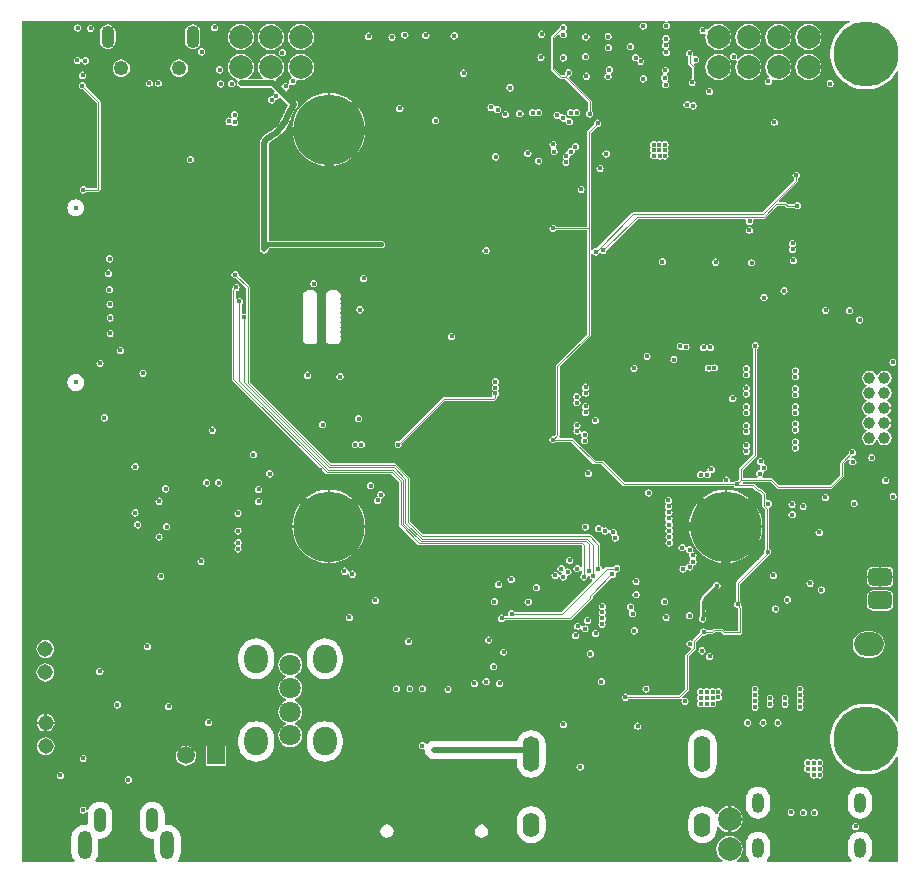
<source format=gbr>
%FSTAX23Y23*%
%MOIN*%
%SFA1B1*%

%IPPOS*%
%AMD100*
4,1,8,-0.039400,0.014800,-0.039400,-0.014800,-0.024600,-0.029500,0.024600,-0.029500,0.039400,-0.014800,0.039400,0.014800,0.024600,0.029500,-0.024600,0.029500,-0.039400,0.014800,0.0*
1,1,0.029528,-0.024600,0.014800*
1,1,0.029528,-0.024600,-0.014800*
1,1,0.029528,0.024600,-0.014800*
1,1,0.029528,0.024600,0.014800*
%
%ADD10C,0.010000*%
%ADD12C,0.004000*%
%ADD68C,0.020000*%
%ADD69C,0.008000*%
%ADD72C,0.015000*%
%ADD80C,0.030000*%
%ADD81R,0.127000X0.094000*%
%ADD82O,0.047244X0.094488*%
%ADD83O,0.041339X0.082677*%
%ADD84C,0.059055*%
%ADD85R,0.059055X0.059055*%
%ADD87C,0.051496*%
%ADD88O,0.078740X0.094488*%
%ADD89C,0.078740*%
%ADD90O,0.039370X0.066929*%
%ADD91C,0.236220*%
%ADD92C,0.216535*%
%ADD93O,0.043307X0.074803*%
%ADD94C,0.049212*%
%ADD95C,0.039370*%
%ADD96O,0.055118X0.118110*%
%ADD97O,0.055118X0.122047*%
%ADD98O,0.055118X0.082677*%
%ADD99C,0.070866*%
G04~CAMADD=100~8~0.0~0.0~590.6~787.4~147.6~0.0~15~0.0~0.0~0.0~0.0~0~0.0~0.0~0.0~0.0~0~0.0~0.0~0.0~90.0~788.0~591.0*
%ADD100D100*%
%ADD101O,0.098425X0.078740*%
%ADD102C,0.015748*%
%LNx98_carrier_v1r2_12082022_copper_signal_1-1*%
%LPD*%
G36*
X02775Y02814D02*
X02762Y02807D01*
X0275Y02797*
X02739Y02786*
X0273Y02774*
X02722Y02761*
X02716Y02746*
X02712Y02731*
X0271Y02716*
Y027*
X02712Y02685*
X02716Y0267*
X02722Y02656*
X0273Y02642*
X02739Y0263*
X0275Y02619*
X02762Y0261*
X02776Y02602*
X0279Y02596*
X02805Y02592*
X0282Y0259*
X02836*
X02851Y02592*
X02866Y02596*
X0288Y02602*
X02894Y0261*
X02906Y02619*
X02917Y0263*
X02926Y02642*
X02931Y02651*
X02936Y0265*
Y00483*
X02931Y00482*
X02926Y0049*
X02917Y00503*
X02906Y00514*
X02894Y00523*
X0288Y00531*
X02866Y00537*
X02851Y00541*
X02836Y00543*
X0282*
X02805Y00541*
X0279Y00537*
X02776Y00531*
X02762Y00523*
X0275Y00514*
X02739Y00503*
X0273Y0049*
X02722Y00477*
X02716Y00463*
X02712Y00448*
X0271Y00432*
Y00417*
X02712Y00402*
X02716Y00387*
X02722Y00372*
X0273Y00359*
X02739Y00347*
X0275Y00336*
X02762Y00326*
X02776Y00319*
X0279Y00313*
X02805Y00309*
X0282Y00307*
X02836*
X02851Y00309*
X02866Y00313*
X0288Y00319*
X02894Y00326*
X02906Y00336*
X02917Y00347*
X02926Y00359*
X02931Y00368*
X02936Y00366*
Y00015*
X02838*
X02836Y0002*
X02837Y0002*
X02843Y00029*
X02847Y00038*
X02849Y00049*
Y00076*
X02847Y00087*
X02843Y00096*
X02837Y00105*
X02829Y00111*
X02819Y00115*
X02809Y00116*
X02798Y00115*
X02789Y00111*
X0278Y00105*
X02774Y00096*
X0277Y00087*
X02769Y00076*
Y00049*
X0277Y00038*
X02774Y00029*
X0278Y0002*
X02781Y0002*
X02779Y00015*
X02498*
X02497Y00018*
X02497Y0002*
X02503Y00029*
X02507Y00038*
X02508Y00049*
Y00076*
X02507Y00086*
X02503Y00096*
X02497Y00104*
X02488Y00111*
X02479Y00115*
X02468Y00116*
X02458Y00115*
X02448Y00111*
X0244Y00104*
X02434Y00096*
X0243Y00086*
X02428Y00076*
Y00049*
X0243Y00038*
X02434Y00029*
X0244Y0002*
X0244Y00018*
X02439Y00015*
X02398*
X02397Y0002*
X02405Y00026*
X02412Y00035*
X02416Y00046*
X02418Y00057*
X02416Y00069*
X02412Y00079*
X02405Y00088*
X02396Y00095*
X02385Y001*
X02374Y00101*
X02363Y001*
X02352Y00095*
X02343Y00088*
X02336Y00079*
X02332Y00069*
X0233Y00057*
X02332Y00046*
X02336Y00035*
X02343Y00026*
X02351Y0002*
X02349Y00015*
X00536*
X00534Y0002*
X00538Y00026*
X00543Y00036*
X00544Y00048*
Y00095*
X00543Y00107*
X00538Y00117*
X00531Y00126*
X00522Y00133*
X00511Y00138*
X005Y00139*
X00495Y00138*
X00491Y00142*
Y00175*
X00489Y00185*
X00485Y00195*
X00479Y00204*
X0047Y0021*
X0046Y00214*
X0045Y00216*
X00439Y00214*
X00429Y0021*
X00421Y00204*
X00414Y00195*
X0041Y00185*
X00409Y00175*
Y00134*
X0041Y00123*
X00414Y00113*
X00421Y00105*
X00429Y00098*
X00439Y00094*
X0045Y00092*
X00452Y00093*
X00456Y0009*
Y00048*
X00458Y00036*
X00462Y00026*
X00466Y0002*
X00464Y00015*
X00261*
X00258Y0002*
X00263Y00026*
X00267Y00036*
X00268Y00048*
Y0009*
X00272Y00093*
X00275Y00092*
X00285Y00094*
X00295Y00098*
X00304Y00105*
X0031Y00113*
X00314Y00123*
X00316Y00134*
Y00175*
X00314Y00185*
X0031Y00195*
X00304Y00204*
X00295Y0021*
X00285Y00214*
X00275Y00216*
X00264Y00214*
X00254Y0021*
X00246Y00204*
X00239Y00195*
X00236Y00188*
X00234Y00188*
X00231Y00189*
X0023Y00193*
X00228Y00197*
X00224Y00199*
X00219Y002*
X00214Y00199*
X00211Y00197*
X00208Y00193*
X00207Y00188*
X00208Y00183*
X00211Y00179*
X00214Y00177*
X00219Y00176*
X00224Y00177*
X00228Y00179*
X0023Y00182*
X00234Y0018*
X00234Y00175*
Y00142*
X0023Y00138*
X00224Y00139*
X00213Y00138*
X00202Y00133*
X00193Y00126*
X00186Y00117*
X00182Y00107*
X0018Y00095*
Y00048*
X00182Y00036*
X00186Y00026*
X00191Y0002*
X00188Y00015*
X00015*
Y02819*
X02158*
X02161Y02815*
X02161Y02814*
X02161Y02814*
X02159Y02813*
X02155Y02811*
X02152Y02807*
X02151Y02802*
X02152Y02798*
X02155Y02794*
X02159Y02791*
X02163Y0279*
X02168Y02791*
X02172Y02794*
X02174Y02798*
X02175Y02802*
X02174Y02807*
X02172Y02811*
X02168Y02813*
X02166Y02814*
X02166Y02814*
X02166Y02815*
X02169Y02819*
X02775*
X02775Y02814*
G37*
%LNx98_carrier_v1r2_12082022_copper_signal_1-2*%
%LPC*%
G36*
X02337Y02808D02*
X02325Y02807D01*
X02315Y02802*
X02306Y02795*
X02301Y0279*
X02296Y02791*
X02296Y02792*
X02293Y02796*
X02289Y02798*
X02285Y02799*
X0228Y02798*
X02276Y02796*
X02274Y02792*
X02273Y02787*
X02274Y02783*
X02276Y02779*
X0228Y02776*
X02285Y02775*
X02289Y02776*
X02294Y02773*
X02293Y02764*
X02294Y02753*
X02299Y02743*
X02306Y02734*
X02315Y02727*
X02325Y02722*
X02337Y02721*
X02348Y02722*
X02358Y02727*
X02367Y02734*
X02374Y02743*
X02379Y02753*
X0238Y02764*
X02379Y02776*
X02374Y02786*
X02367Y02795*
X02358Y02802*
X02348Y02807*
X02337Y02808*
G37*
G36*
X02086Y02813D02*
X02081Y02812D01*
X02077Y0281*
X02074Y02806*
X02073Y02801*
X02074Y02797*
X02077Y02793*
X02081Y0279*
X02086Y02789*
X0209Y0279*
X02094Y02793*
X02097Y02797*
X02098Y02801*
X02097Y02806*
X02094Y0281*
X0209Y02812*
X02086Y02813*
G37*
G36*
X00657Y02809D02*
X00653Y02808D01*
X00649Y02805*
X00646Y02801*
X00645Y02797*
X00646Y02792*
X00649Y02788*
X00653Y02785*
X00657Y02784*
X00662Y02785*
X00666Y02788*
X00668Y02792*
X00669Y02797*
X00668Y02801*
X00666Y02805*
X00662Y02808*
X00657Y02809*
G37*
G36*
X00201Y02807D02*
X00196Y02806D01*
X00192Y02804*
X0019Y028*
X00189Y02795*
X0019Y02791*
X00192Y02787*
X00196Y02784*
X00201Y02783*
X00206Y02784*
X0021Y02787*
X00212Y02791*
X00213Y02795*
X00212Y028*
X0021Y02804*
X00206Y02806*
X00201Y02807*
G37*
G36*
X00244Y02806D02*
X00239Y02806D01*
X00235Y02803*
X00233Y02799*
X00232Y02794*
X00233Y0279*
X00235Y02786*
X00239Y02783*
X00244Y02782*
X00249Y02783*
X00253Y02786*
X00255Y0279*
X00256Y02794*
X00255Y02799*
X00253Y02803*
X00249Y02806*
X00244Y02806*
G37*
G36*
X01747Y02787D02*
X01742Y02786D01*
X01738Y02783*
X01736Y02779*
X01735Y02774*
X01736Y0277*
X01738Y02766*
X01742Y02763*
X01747Y02762*
X01752Y02763*
X01755Y02766*
X01758Y0277*
X01759Y02774*
X01758Y02779*
X01755Y02783*
X01752Y02786*
X01747Y02787*
G37*
G36*
X0182Y02808D02*
X01815Y02807D01*
X01811Y02805*
X01808Y02801*
X01808Y02798*
X01779Y02769*
X01777Y02764*
Y02659*
X01779Y02654*
X01806Y02627*
X01811Y02625*
X01825*
X01901Y02549*
Y02518*
X01899Y02517*
X01896Y02513*
X01895Y02508*
X01896Y02504*
X01899Y025*
X01903Y02497*
X01907Y02496*
X01912Y02497*
X01916Y025*
X01918Y02504*
X01919Y02508*
X01918Y02513*
X01916Y02517*
X01914Y02518*
Y02548*
X01915Y0255*
X01913Y02555*
X01839Y02628*
X01841Y02634*
X01843Y02634*
X01846Y02637*
X01849Y02641*
X0185Y02645*
X01849Y0265*
X01846Y02654*
X01843Y02657*
X01838Y02657*
X01833Y02657*
X01829Y02654*
X01827Y0265*
X01826Y02645*
X01826Y02643*
X01823Y02639*
X01822Y02638*
X01813*
X0179Y02661*
Y02762*
X01803Y02774*
X01804Y02774*
X01808Y02772*
X01808Y02769*
X01811Y02765*
X01815Y02762*
X0182Y02761*
X01824Y02762*
X01828Y02765*
X01831Y02769*
X01832Y02773*
X01831Y02778*
X01828Y02782*
X01828Y02788*
X01831Y02792*
X01832Y02796*
X01831Y02801*
X01828Y02805*
X01824Y02807*
X0182Y02808*
G37*
G36*
X01292Y02784D02*
X01287Y02783D01*
X01283Y0278*
X0128Y02776*
X01279Y02772*
X0128Y02767*
X01283Y02763*
X01287Y0276*
X01292Y02759*
X01296Y0276*
X013Y02763*
X01303Y02767*
X01304Y02772*
X01303Y02776*
X013Y0278*
X01296Y02783*
X01292Y02784*
G37*
G36*
X01362Y02783D02*
X01357Y02782D01*
X01353Y02779*
X0135Y02775*
X01349Y02771*
X0135Y02766*
X01353Y02762*
X01357Y02759*
X01362Y02758*
X01366Y02759*
X0137Y02762*
X01373Y02766*
X01374Y02771*
X01373Y02775*
X0137Y02779*
X01366Y02782*
X01362Y02783*
G37*
G36*
X01456Y02781D02*
X01451Y0278D01*
X01447Y02777*
X01444Y02773*
X01443Y02769*
X01444Y02764*
X01447Y0276*
X01451Y02757*
X01456Y02756*
X0146Y02757*
X01464Y0276*
X01467Y02764*
X01468Y02769*
X01467Y02773*
X01464Y02777*
X0146Y0278*
X01456Y02781*
G37*
G36*
X01171Y0278D02*
X01166Y02779D01*
X01162Y02776*
X01159Y02772*
X01158Y02768*
X01159Y02763*
X01162Y02759*
X01166Y02756*
X01171Y02755*
X01175Y02756*
X01179Y02759*
X01182Y02763*
X01183Y02768*
X01182Y02772*
X01179Y02776*
X01175Y02779*
X01171Y0278*
G37*
G36*
X01969Y02778D02*
X01964Y02777D01*
X0196Y02774*
X01958Y02771*
X01957Y02766*
X01958Y02761*
X0196Y02757*
X01964Y02755*
X01969Y02754*
X01973Y02755*
X01977Y02757*
X0198Y02761*
X01981Y02766*
X0198Y02771*
X01977Y02774*
X01973Y02777*
X01969Y02778*
G37*
G36*
X01894Y02777D02*
X0189Y02776D01*
X01886Y02773*
X01883Y0277*
X01882Y02765*
X01883Y0276*
X01886Y02756*
X0189Y02754*
X01894Y02753*
X01899Y02754*
X01903Y02756*
X01906Y0276*
X01907Y02765*
X01906Y0277*
X01903Y02773*
X01899Y02776*
X01894Y02777*
G37*
G36*
X01249Y02776D02*
X01244Y02775D01*
X0124Y02772*
X01237Y02768*
X01236Y02764*
X01237Y02759*
X0124Y02755*
X01244Y02752*
X01249Y02751*
X01253Y02752*
X01257Y02755*
X0126Y02759*
X01261Y02764*
X0126Y02768*
X01257Y02772*
X01253Y02775*
X01249Y02776*
G37*
G36*
X00584Y02807D02*
X00577Y02806D01*
X00571Y02803*
X00566Y02799*
X00562Y02794*
X00559Y02788*
X00558Y02781*
Y0275*
X00559Y02743*
X00562Y02737*
X00566Y02731*
X00571Y02727*
X00577Y02725*
X00584Y02724*
X00591Y02725*
X00597Y02727*
X00602Y02731*
X00607Y02737*
X00609Y02743*
X0061Y0275*
Y02781*
X00609Y02788*
X00607Y02794*
X00602Y02799*
X00597Y02803*
X00591Y02806*
X00584Y02807*
G37*
G36*
X00301D02*
X00294Y02806D01*
X00288Y02803*
X00282Y02799*
X00278Y02794*
X00276Y02788*
X00275Y02781*
Y0275*
X00276Y02743*
X00278Y02737*
X00282Y02731*
X00288Y02727*
X00294Y02725*
X00301Y02724*
X00307Y02725*
X00314Y02727*
X00319Y02731*
X00323Y02737*
X00326Y02743*
X00327Y0275*
Y02781*
X00326Y02788*
X00323Y02794*
X00319Y02799*
X00314Y02803*
X00307Y02806*
X00301Y02807*
G37*
G36*
X02043Y02745D02*
X02039Y02744D01*
X02035Y02742*
X02032Y02738*
X02031Y02733*
X02032Y02728*
X02035Y02724*
X02039Y02722*
X02043Y02721*
X02048Y02722*
X02052Y02724*
X02055Y02728*
X02055Y02733*
X02055Y02738*
X02052Y02742*
X02048Y02744*
X02043Y02745*
G37*
G36*
X00944Y02808D02*
X00933Y02807D01*
X00923Y02802*
X00913Y02795*
X00907Y02786*
X00902Y02776*
X00901Y02764*
X00902Y02753*
X00907Y02743*
X00913Y02734*
X00923Y02727*
X00933Y02722*
X00944Y02721*
X00956Y02722*
X00966Y02727*
X00975Y02734*
X00982Y02743*
X00987Y02753*
X00988Y02764*
X00987Y02776*
X00982Y02786*
X00975Y02795*
X00966Y02802*
X00956Y02807*
X00944Y02808*
G37*
G36*
X00844D02*
X00833Y02807D01*
X00823Y02802*
X00813Y02795*
X00807Y02786*
X00802Y02776*
X00801Y02764*
X00802Y02753*
X00807Y02743*
X00813Y02734*
X00823Y02727*
X00833Y02722*
X00844Y02721*
X00856Y02722*
X00866Y02727*
X00875Y02734*
X00882Y02743*
X00887Y02753*
X00888Y02764*
X00887Y02776*
X00882Y02786*
X00875Y02795*
X00866Y02802*
X00856Y02807*
X00844Y02808*
G37*
G36*
X00744D02*
X00733Y02807D01*
X00723Y02802*
X00713Y02795*
X00707Y02786*
X00702Y02776*
X00701Y02764*
X00702Y02753*
X00707Y02743*
X00713Y02734*
X00723Y02727*
X00733Y02722*
X00744Y02721*
X00756Y02722*
X00766Y02727*
X00775Y02734*
X00782Y02743*
X00787Y02753*
X00788Y02764*
X00787Y02776*
X00782Y02786*
X00775Y02795*
X00766Y02802*
X00756Y02807*
X00744Y02808*
G37*
G36*
X02637Y02808D02*
X02625Y02807D01*
X02615Y02802*
X02606Y02795*
X02599Y02786*
X02594Y02776*
X02593Y02764*
X02594Y02753*
X02599Y02743*
X02606Y02734*
X02615Y02727*
X02625Y02722*
X02637Y02721*
X02648Y02722*
X02658Y02727*
X02667Y02734*
X02674Y02743*
X02679Y02753*
X0268Y02764*
X02679Y02776*
X02674Y02786*
X02667Y02795*
X02658Y02802*
X02648Y02807*
X02637Y02808*
G37*
G36*
X02537D02*
X02525Y02807D01*
X02515Y02802*
X02506Y02795*
X02499Y02786*
X02494Y02776*
X02493Y02764*
X02494Y02753*
X02499Y02743*
X02506Y02734*
X02515Y02727*
X02525Y02722*
X02537Y02721*
X02548Y02722*
X02558Y02727*
X02567Y02734*
X02574Y02743*
X02579Y02753*
X0258Y02764*
X02579Y02776*
X02574Y02786*
X02567Y02795*
X02558Y02802*
X02548Y02807*
X02537Y02808*
G37*
G36*
X02437D02*
X02425Y02807D01*
X02415Y02802*
X02406Y02795*
X02399Y02786*
X02394Y02776*
X02393Y02764*
X02394Y02753*
X02399Y02743*
X02406Y02734*
X02415Y02727*
X02425Y02722*
X02437Y02721*
X02448Y02722*
X02458Y02727*
X02467Y02734*
X02474Y02743*
X02479Y02753*
X0248Y02764*
X02479Y02776*
X02474Y02786*
X02467Y02795*
X02458Y02802*
X02448Y02807*
X02437Y02808*
G37*
G36*
X0197Y02741D02*
X01965Y0274D01*
X01961Y02737*
X01959Y02733*
X01958Y02729*
X01959Y02724*
X01961Y0272*
X01965Y02718*
X0197Y02717*
X01975Y02718*
X01979Y0272*
X01981Y02724*
X01982Y02729*
X01981Y02733*
X01979Y02737*
X01975Y0274*
X0197Y02741*
G37*
G36*
X00614Y02727D02*
X00609Y02727D01*
X00605Y02724*
X00603Y0272*
X00602Y02715*
X00603Y02711*
X00605Y02707*
X00609Y02704*
X00614Y02703*
X00618Y02704*
X00622Y02707*
X00625Y02711*
X00626Y02715*
X00625Y0272*
X00622Y02724*
X00618Y02727*
X00614Y02727*
G37*
G36*
X02162Y02771D02*
X02157Y02771D01*
X02153Y02768*
X02151Y02764*
X0215Y02759*
X02151Y02755*
X02153Y02752*
X02153Y02751*
X02152Y02746*
X0215Y02742*
X02149Y02738*
X0215Y02733*
X02152Y02729*
X02154Y02728*
X02154Y02722*
X02154Y02722*
X02151Y02719*
X0215Y02714*
X02151Y02709*
X02154Y02705*
X02158Y02703*
X02163Y02702*
X02167Y02703*
X02171Y02705*
X02174Y02709*
X02175Y02714*
X02174Y02719*
X02171Y02722*
X0217Y02723*
X02169Y02729*
X0217Y02729*
X02172Y02733*
X02173Y02738*
X02172Y02742*
X0217Y02745*
X02169Y02746*
X02171Y02751*
X02173Y02755*
X02174Y02759*
X02173Y02764*
X02171Y02768*
X02167Y02771*
X02162Y02771*
G37*
G36*
X00883Y02725D02*
X00879Y02724D01*
X00875Y02721*
X00872Y02717*
X00871Y02713*
X00872Y02708*
X00875Y02704*
X00879Y02701*
X00883Y02701*
X00888Y02701*
X00892Y02704*
X00895Y02708*
X00895Y02713*
X00895Y02717*
X00892Y02721*
X00888Y02724*
X00883Y02725*
G37*
G36*
X01894Y02711D02*
X01889Y0271D01*
X01885Y02707*
X01882Y02703*
X01882Y02699*
X01882Y02694*
X01885Y0269*
X01889Y02687*
X01894Y02687*
X01898Y02687*
X01902Y0269*
X01905Y02694*
X01906Y02699*
X01905Y02703*
X01902Y02707*
X01898Y0271*
X01894Y02711*
G37*
G36*
X01745Y02709D02*
X0174Y02708D01*
X01736Y02705*
X01734Y02702*
X01733Y02697*
X01734Y02692*
X01736Y02688*
X0174Y02686*
X01745Y02685*
X01749Y02686*
X01753Y02688*
X01756Y02692*
X01757Y02697*
X01756Y02702*
X01753Y02705*
X01749Y02708*
X01745Y02709*
G37*
G36*
X0182Y02707D02*
X01816Y02707D01*
X01812Y02704*
X01809Y027*
X01808Y02695*
X01809Y02691*
X01812Y02687*
X01816Y02684*
X0182Y02683*
X01825Y02684*
X01829Y02687*
X01832Y02691*
X01833Y02695*
X01832Y027*
X01829Y02704*
X01825Y02707*
X0182Y02707*
G37*
G36*
X02241Y02722D02*
X02236Y02721D01*
X02232Y02719*
X02229Y02715*
X02228Y0271*
X02229Y02706*
X02232Y02702*
X02234Y027*
Y02678*
X02236Y02673*
X02247Y02662*
Y02625*
X02245Y02625*
X02241Y02622*
X02238Y02618*
X02237Y02614*
X02238Y02609*
X02241Y02605*
X02245Y02603*
X02249Y02602*
X02254Y02603*
X02258Y02605*
X0226Y02609*
X02261Y02614*
X0226Y02618*
X02259Y0262*
X0226Y02621*
Y02665*
X02258Y02669*
X02254Y02673*
X02257Y02677*
X02261Y02677*
X02265Y02678*
X02269Y0268*
X02272Y02684*
X02273Y02689*
X02272Y02694*
X02269Y02697*
X02265Y027*
X02261Y02701*
X02256Y027*
X0225Y02702*
X0225Y02703*
X02252Y02706*
X02253Y0271*
X02252Y02715*
X02249Y02719*
X02245Y02721*
X02241Y02722*
G37*
G36*
X002Y02699D02*
X00196Y02698D01*
X00192Y02695*
X00189Y02691*
X00188Y02687*
X00189Y02682*
X00192Y02678*
X00196Y02675*
X002Y02674*
X00205Y02675*
X00209Y02678*
X0021Y0268*
X00212Y0268*
X00216Y0268*
X00218Y02677*
X00222Y02674*
X00226Y02673*
X00231Y02674*
X00235Y02677*
X00237Y02681*
X00238Y02686*
X00237Y0269*
X00235Y02694*
X00231Y02697*
X00226Y02698*
X00222Y02697*
X00218Y02694*
X00216Y02692*
X00215Y02692*
X00211Y02692*
X00209Y02695*
X00205Y02698*
X002Y02699*
G37*
G36*
X02061Y02708D02*
X02056Y02707D01*
X02052Y02705*
X02049Y02701*
X02048Y02696*
X02049Y02691*
X02052Y02687*
X02056Y02685*
X02061Y02684*
X02061Y02684*
X02065Y02684*
X02066Y0268*
X02067Y0268*
X02069Y02676*
X02073Y02673*
X02078Y02672*
X02082Y02673*
X02086Y02676*
X02089Y0268*
X0209Y02684*
X02089Y02689*
X02086Y02693*
X02082Y02696*
X02078Y02696*
X02077Y02696*
X02073Y02696*
X02072Y027*
X02072Y02701*
X02069Y02705*
X02065Y02707*
X02061Y02708*
G37*
G36*
X00674Y02667D02*
X00669Y02667D01*
X00665Y02664*
X00663Y0266*
X00662Y02655*
X00663Y02651*
X00665Y02647*
X00669Y02644*
X00674Y02643*
X00678Y02644*
X00682Y02647*
X00685Y02651*
X00686Y02655*
X00685Y0266*
X00682Y02664*
X00678Y02667*
X00674Y02667*
G37*
G36*
X01487Y02657D02*
X01482Y02656D01*
X01478Y02653*
X01475Y02649*
X01474Y02645*
X01475Y0264*
X01478Y02636*
X01482Y02633*
X01487Y02632*
X01491Y02633*
X01495Y02636*
X01498Y0264*
X01499Y02645*
X01498Y02649*
X01495Y02653*
X01491Y02656*
X01487Y02657*
G37*
G36*
X00539Y0269D02*
X00531Y02689D01*
X00524Y02686*
X00518Y02681*
X00514Y02675*
X00511Y02668*
X0051Y02661*
X00511Y02653*
X00514Y02646*
X00518Y02641*
X00524Y02636*
X00531Y02633*
X00539Y02632*
X00546Y02633*
X00553Y02636*
X00559Y02641*
X00564Y02646*
X00567Y02653*
X00568Y02661*
X00567Y02668*
X00564Y02675*
X00559Y02681*
X00553Y02686*
X00546Y02689*
X00539Y0269*
G37*
G36*
X00346D02*
X00338Y02689D01*
X00332Y02686*
X00326Y02681*
X00321Y02675*
X00318Y02668*
X00317Y02661*
X00318Y02653*
X00321Y02646*
X00326Y02641*
X00332Y02636*
X00338Y02633*
X00346Y02632*
X00353Y02633*
X0036Y02636*
X00366Y02641*
X00371Y02646*
X00374Y02653*
X00375Y02661*
X00374Y02668*
X00371Y02675*
X00366Y02681*
X0036Y02686*
X00353Y02689*
X00346Y0269*
G37*
G36*
X00217Y0265D02*
X00213Y02649D01*
X00209Y02646*
X00206Y02642*
X00205Y02638*
X00206Y02633*
X00209Y02629*
X00213Y02626*
X00217Y02625*
X00222Y02626*
X00226Y02629*
X00228Y02633*
X00229Y02638*
X00228Y02642*
X00226Y02646*
X00222Y02649*
X00217Y0265*
G37*
G36*
X01896Y02647D02*
X01892Y02646D01*
X01888Y02643*
X01885Y02639*
X01884Y02635*
X01885Y0263*
X01888Y02626*
X01892Y02623*
X01896Y02623*
X01901Y02623*
X01905Y02626*
X01907Y0263*
X01908Y02635*
X01907Y02639*
X01905Y02643*
X01901Y02646*
X01896Y02647*
G37*
G36*
X01973Y02668D02*
X01969Y02667D01*
X01965Y02665*
X01962Y02661*
X01961Y02656*
X01962Y02651*
X01963Y02649*
X01964Y02646*
X01962Y02643*
X0196Y02642*
X01957Y02638*
X01956Y02633*
X01957Y02629*
X0196Y02625*
X01964Y02622*
X01969Y02621*
X01973Y02622*
X01977Y02625*
X0198Y02629*
X01981Y02633*
X0198Y02638*
X01978Y0264*
X01978Y02643*
X0198Y02646*
X01982Y02647*
X01985Y02651*
X01985Y02656*
X01985Y02661*
X01982Y02665*
X01978Y02667*
X01973Y02668*
G37*
G36*
X02637Y02708D02*
X02625Y02707D01*
X02615Y02702*
X02606Y02695*
X02599Y02686*
X02594Y02676*
X02593Y02664*
X02594Y02653*
X02599Y02643*
X02606Y02634*
X02615Y02627*
X02625Y02622*
X02637Y02621*
X02648Y02622*
X02658Y02627*
X02667Y02634*
X02674Y02643*
X02679Y02653*
X0268Y02664*
X02679Y02676*
X02674Y02686*
X02667Y02695*
X02658Y02702*
X02648Y02707*
X02637Y02708*
G37*
G36*
X02537D02*
X02525Y02707D01*
X02515Y02702*
X02506Y02695*
X02499Y02686*
X02494Y02676*
X02493Y02664*
X02494Y02653*
X02499Y02643*
X02505Y02634*
X02505Y02632*
X02503Y02629*
X02498Y02628*
X02494Y02626*
X02492Y02622*
X02491Y02617*
X02492Y02613*
X02494Y02609*
X02498Y02606*
X02503Y02605*
X02508Y02606*
X02512Y02609*
X02514Y02613*
X02515Y02617*
X02514Y02621*
X02516Y02623*
X02518Y02625*
X02525Y02622*
X02537Y02621*
X02548Y02622*
X02558Y02627*
X02567Y02634*
X02574Y02643*
X02579Y02653*
X0258Y02664*
X02579Y02676*
X02574Y02686*
X02567Y02695*
X02558Y02702*
X02548Y02707*
X02537Y02708*
G37*
G36*
X02388Y02711D02*
X02383Y0271D01*
X02379Y02707*
X02376Y02704*
X02375Y02699*
X02376Y02694*
X02379Y0269*
X02383Y02688*
X02388Y02687*
X02392Y02688*
X02393Y02688*
X02394Y02688*
X02397Y02682*
X02394Y02676*
X02393Y02664*
X02394Y02653*
X02399Y02643*
X02406Y02634*
X02415Y02627*
X02425Y02622*
X02437Y02621*
X02448Y02622*
X02458Y02627*
X02467Y02634*
X02474Y02643*
X02479Y02653*
X0248Y02664*
X02479Y02676*
X02474Y02686*
X02467Y02695*
X02458Y02702*
X02448Y02707*
X02437Y02708*
X02425Y02707*
X02415Y02702*
X02406Y02695*
X02403Y02692*
X02399Y02694*
X024Y02699*
X02399Y02704*
X02396Y02707*
X02392Y0271*
X02388Y02711*
G37*
G36*
X02337Y02708D02*
X02325Y02707D01*
X02315Y02702*
X02306Y02695*
X02299Y02686*
X02294Y02676*
X02293Y02664*
X02294Y02653*
X02299Y02643*
X02306Y02634*
X02315Y02627*
X02325Y02622*
X02337Y02621*
X02348Y02622*
X02358Y02627*
X02367Y02634*
X02374Y02643*
X02379Y02653*
X0238Y02664*
X02379Y02676*
X02374Y02686*
X02367Y02695*
X02358Y02702*
X02348Y02707*
X02337Y02708*
G37*
G36*
X02086Y02638D02*
X02081Y02637D01*
X02077Y02634*
X02075Y0263*
X02074Y02625*
X02075Y02621*
X02077Y02617*
X02081Y02614*
X02086Y02613*
X0209Y02614*
X02094Y02617*
X02097Y02621*
X02098Y02625*
X02097Y0263*
X02094Y02634*
X0209Y02637*
X02086Y02638*
G37*
G36*
X00944Y02708D02*
X00933Y02707D01*
X00923Y02702*
X00913Y02695*
X00907Y02686*
X00902Y02676*
X00901Y02664*
X00902Y02653*
X00907Y02643*
X00913Y02634*
X00914Y02633*
X00912Y02628*
X00912Y02628*
X00908Y02625*
X00905Y02621*
X00904Y02617*
X00905Y02613*
X00904Y02611*
X00901Y02609*
X00899Y02611*
X00894Y02612*
X0089Y02611*
X00886Y02608*
X00883Y02605*
X00883Y02604*
X00878Y02603*
X00862Y02619*
X00862Y02625*
X00866Y02627*
X00875Y02634*
X00882Y02643*
X00887Y02653*
X00888Y02664*
X00887Y02676*
X00882Y02686*
X00875Y02695*
X00866Y02702*
X00856Y02707*
X00844Y02708*
X00833Y02707*
X00823Y02702*
X00813Y02695*
X00807Y02686*
X00802Y02676*
X00801Y02664*
X00802Y02653*
X00807Y02643*
X00813Y02634*
X00819Y02629*
X00818Y02624*
X00771*
X00769Y02629*
X00775Y02634*
X00782Y02643*
X00787Y02653*
X00788Y02664*
X00787Y02676*
X00782Y02686*
X00775Y02695*
X00766Y02702*
X00756Y02707*
X00744Y02708*
X00733Y02707*
X00723Y02702*
X00713Y02695*
X00707Y02686*
X00702Y02676*
X00701Y02664*
X00702Y02653*
X00707Y02643*
X00713Y02634*
X00723Y02627*
X00732Y02623*
X00734Y02619*
X00734Y02617*
X00733Y02615*
X00732Y0261*
X00733Y02604*
X00736Y026*
X00741Y02597*
X00746Y02595*
X00845*
X00857Y02584*
X00856Y02578*
X00854Y02576*
X00851Y02572*
X0085Y02568*
X00847Y02567*
X00847Y02567*
X00842Y02566*
X00838Y02564*
X00836Y0256*
X00835Y02555*
X00836Y02551*
X00838Y02547*
X00842Y02544*
X00847Y02543*
X00851Y02544*
X00855Y02547*
X00858Y02551*
X00859Y02555*
X00862Y02556*
X00862Y02556*
X00867Y02557*
X00871Y02559*
X00872Y02561*
X00878Y02563*
X00903Y02538*
X00898Y02531*
X00887Y02508*
X00886Y02507*
X00885Y02502*
X0088Y02491*
X00871Y02476*
X0086Y02463*
X00846Y02452*
X00833Y02444*
X00829Y02441*
X00826Y0244*
X00825Y02439*
X00819Y02435*
X00814Y02427*
X0081Y02419*
X00809Y0241*
X00809Y0241*
X00809Y0241*
Y02057*
X0081Y02051*
X00813Y02047*
X00818Y02044*
X00823Y02043*
X00829Y02044*
X00833Y02047*
X00836Y02051*
X00838Y02057*
Y0206*
X00839Y02062*
X01211*
X01213Y02061*
X01218Y02062*
X01222Y02065*
X01224Y02069*
X01225Y02074*
X01224Y02078*
X01222Y02082*
X01218Y02085*
X01213Y02086*
X01211Y02085*
X00838*
Y0241*
X00837Y02411*
X00838Y02412*
X00841Y02415*
X00845Y02417*
X00845Y02418*
X00863Y02429*
X0088Y02443*
X00894Y02459*
X00905Y02478*
X00909Y02487*
X0091Y02488*
X0091Y02488*
X00909Y02487*
X00909Y02487*
Y02487*
X00909Y02487*
X0091Y02488*
X0091Y02488*
X00911Y02492*
X00913Y02497*
X00923Y02517*
X00933Y02532*
X00933Y02532*
X00935Y02535*
X00936Y0254*
X00935Y02546*
X00932Y0255*
X00929Y02552*
X00898Y02583*
X00899Y02589*
X00899Y02589*
X00903Y02591*
X00905Y02595*
X00906Y026*
X00905Y02604*
X00907Y02605*
X0091Y02607*
X00912Y02606*
X00917Y02605*
X00921Y02606*
X00925Y02608*
X00928Y02612*
X00929Y02617*
X00928Y02619*
X00933Y02622*
X00933Y02622*
X00944Y02621*
X00956Y02622*
X00966Y02627*
X00975Y02634*
X00982Y02643*
X00987Y02653*
X00988Y02664*
X00987Y02676*
X00982Y02686*
X00975Y02695*
X00966Y02702*
X00956Y02707*
X00944Y02708*
G37*
G36*
X00469Y02623D02*
X00465Y02622D01*
X00461Y02619*
X00458Y02615*
X00457Y02611*
X00458Y02606*
X00461Y02602*
X00465Y026*
X00469Y02599*
X00474Y026*
X00478Y02602*
X00481Y02606*
X00481Y02611*
X00481Y02615*
X00478Y02619*
X00474Y02622*
X00469Y02623*
G37*
G36*
X00439D02*
X00435Y02622D01*
X00431Y02619*
X00428Y02615*
X00427Y02611*
X00428Y02606*
X00431Y02602*
X00435Y026*
X00439Y02599*
X00444Y026*
X00448Y02602*
X00451Y02606*
X00451Y02611*
X00451Y02615*
X00448Y02619*
X00444Y02622*
X00439Y02623*
G37*
G36*
X02709Y02621D02*
X02704Y0262D01*
X027Y02618*
X02698Y02614*
X02697Y02609*
X02698Y02605*
X027Y02601*
X02704Y02598*
X02709Y02597*
X02714Y02598*
X02718Y02601*
X0272Y02605*
X02721Y02609*
X0272Y02614*
X02718Y02618*
X02714Y0262*
X02709Y02621*
G37*
G36*
X00715Y02621D02*
X0071Y0262D01*
X00706Y02617*
X00703Y02613*
X00702Y02609*
X00703Y02604*
X00706Y026*
X0071Y02598*
X00715Y02597*
X00719Y02598*
X00723Y026*
X00726Y02604*
X00727Y02609*
X00726Y02613*
X00723Y02617*
X00719Y0262*
X00715Y02621*
G37*
G36*
X00678Y0262D02*
X00673Y02619D01*
X00669Y02617*
X00666Y02613*
X00665Y02608*
X00666Y02604*
X00669Y026*
X00673Y02597*
X00678Y02596*
X00682Y02597*
X00686Y026*
X00689Y02604*
X0069Y02608*
X00689Y02613*
X00686Y02617*
X00682Y02619*
X00678Y0262*
G37*
G36*
X0216Y02666D02*
X02155Y02665D01*
X02151Y02663*
X02148Y02659*
X02147Y02654*
X02148Y0265*
X02151Y02646*
X02153Y02644*
X02153Y02642*
X02152Y02639*
X02149Y02637*
X02146Y02633*
X02145Y02628*
X02146Y02624*
X02149Y0262*
X0215Y02619*
X02152Y02615*
X02151Y02613*
X02149Y02611*
X02148Y02606*
X02149Y02602*
X02152Y02598*
X02156Y02595*
X02161Y02594*
X02165Y02595*
X02169Y02598*
X02172Y02602*
X02173Y02606*
X02172Y02611*
X02169Y02615*
X02168Y02615*
X02166Y02619*
X02167Y02622*
X02169Y02624*
X0217Y02628*
X02169Y02633*
X02166Y02637*
X02164Y02638*
X02164Y0264*
X02165Y02644*
X02168Y02646*
X02171Y0265*
X02172Y02654*
X02171Y02659*
X02168Y02663*
X02164Y02665*
X0216Y02666*
G37*
G36*
X01642Y02608D02*
X01637Y02607D01*
X01633Y02604*
X01631Y026*
X0163Y02595*
X01631Y02591*
X01633Y02587*
X01637Y02584*
X01642Y02583*
X01647Y02584*
X01651Y02587*
X01653Y02591*
X01654Y02595*
X01653Y026*
X01651Y02604*
X01647Y02607*
X01642Y02608*
G37*
G36*
X02306Y02596D02*
X02302Y02595D01*
X02298Y02592*
X02295Y02588*
X02294Y02584*
X02295Y02579*
X02298Y02575*
X02302Y02572*
X02306Y02571*
X02311Y02572*
X02315Y02575*
X02317Y02579*
X02318Y02584*
X02317Y02588*
X02315Y02592*
X02311Y02595*
X02306Y02596*
G37*
G36*
X02233Y02551D02*
X02228Y02551D01*
X02224Y02548*
X02221Y02544*
X0222Y02539*
X02221Y02535*
X02224Y02531*
X02228Y02528*
X02233Y02527*
X02237Y02528*
X02241Y02531*
X02243Y02527*
X02247Y02524*
X02252Y02523*
X02257Y02524*
X02261Y02527*
X02263Y02531*
X02264Y02536*
X02263Y0254*
X02261Y02544*
X02257Y02547*
X02252Y02548*
X02247Y02547*
X02244Y02544*
X02241Y02548*
X02237Y02551*
X02233Y02551*
G37*
G36*
X01864Y02525D02*
X01859Y02524D01*
X01855Y02522*
X0185Y02523*
X01848Y02524*
X01844Y02525*
X01839Y02524*
X01835Y02521*
X01832Y02517*
X01831Y02513*
X01832Y02508*
X01835Y02504*
X01839Y02501*
X01844Y025*
X01848Y02501*
X01852Y02504*
X01858Y02503*
X01859Y02502*
X01864Y02501*
X01868Y02502*
X01872Y02505*
X01875Y02509*
X01876Y02513*
X01875Y02518*
X01872Y02522*
X01868Y02524*
X01864Y02525*
G37*
G36*
X01737Y02525D02*
X01733Y02524D01*
X01731Y02523*
X01728Y02522*
X01724Y02523*
X01722Y02524*
X01718Y02525*
X01713Y02524*
X01709Y02521*
X01706Y02517*
X01706Y02513*
X01706Y02508*
X01709Y02504*
X01713Y02501*
X01718Y02501*
X01722Y02501*
X01726Y02504*
X01726Y02504*
X01729*
X01733Y02502*
X01737Y02501*
X01742Y02502*
X01746Y02504*
X01749Y02508*
X01749Y02513*
X01749Y02517*
X01746Y02521*
X01742Y02524*
X01737Y02525*
G37*
G36*
X01275Y02539D02*
X0127Y02538D01*
X01266Y02535*
X01263Y02531*
X01262Y02527*
X01263Y02522*
X01266Y02518*
X0127Y02515*
X01275Y02514*
X01279Y02515*
X01283Y02518*
X01286Y02522*
X01287Y02527*
X01286Y02531*
X01283Y02535*
X01279Y02538*
X01275Y02539*
G37*
G36*
X01578Y02542D02*
X01573Y02541D01*
X0157Y02539*
X01567Y02535*
X01566Y0253*
X01567Y02526*
X0157Y02522*
X01573Y02519*
X01578Y02518*
X01583Y02519*
X01584Y0252*
X01589Y02518*
X0159Y02518*
X01592Y02514*
X01596Y02512*
X01601Y02511*
X01605Y02512*
X01609Y02514*
X01612Y02518*
X01613Y02523*
X01612Y02528*
X01609Y02532*
X01605Y02534*
X01601Y02535*
X01596Y02534*
X01595Y02533*
X01589Y02535*
X01589Y02535*
X01587Y02539*
X01583Y02541*
X01578Y02542*
G37*
G36*
X01675Y02521D02*
X0167Y0252D01*
X01666Y02518*
X01663Y02514*
X01662Y02509*
X01663Y02505*
X01666Y02501*
X0167Y02498*
X01675Y02497*
X01679Y02498*
X01683Y02501*
X01686Y02505*
X01687Y02509*
X01686Y02514*
X01683Y02518*
X01679Y0252*
X01675Y02521*
G37*
G36*
X00724Y02518D02*
X0072Y02517D01*
X00716Y02514*
X00713Y0251*
X00712Y02505*
X00713Y02501*
X00715Y02498*
X00711Y02495*
X0071Y02496*
X00705Y02497*
X007Y02496*
X00696Y02493*
X00694Y02489*
X00693Y02485*
X00694Y0248*
X00696Y02476*
X007Y02473*
X00705Y02472*
X0071Y02473*
X00716Y02472*
X0072Y02469*
X00724Y02468*
X00729Y02469*
X00733Y02472*
X00735Y02475*
X00736Y0248*
X00735Y02485*
X00733Y02489*
X00731Y0249*
Y02496*
X00733Y02497*
X00735Y02501*
X00736Y02505*
X00735Y0251*
X00733Y02514*
X00729Y02517*
X00724Y02518*
G37*
G36*
X01626Y02519D02*
X01621Y02518D01*
X01617Y02515*
X01615Y02511*
X01614Y02507*
X01615Y02502*
X01617Y02498*
X01621Y02495*
X01626Y02495*
X0163Y02495*
X01634Y02498*
X01637Y02502*
X01638Y02507*
X01637Y02511*
X01634Y02515*
X0163Y02518*
X01626Y02519*
G37*
G36*
X01394Y02498D02*
X01389Y02497D01*
X01385Y02495*
X01383Y02491*
X01382Y02486*
X01383Y02482*
X01385Y02478*
X01389Y02475*
X01394Y02474*
X01398Y02475*
X01402Y02478*
X01405Y02482*
X01406Y02486*
X01405Y02491*
X01402Y02495*
X01398Y02497*
X01394Y02498*
G37*
G36*
X01798Y02516D02*
X01794Y02515D01*
X0179Y02513*
X01787Y02509*
X01786Y02504*
X01787Y025*
X0179Y02496*
X01794Y02493*
X01798Y02492*
X01802Y02493*
X01803Y02493*
X01806Y02491*
X01807Y0249*
X0181Y02487*
X01814Y02484*
X01818Y02483*
X01822Y02484*
X01823Y02484*
X01828Y02481*
X01828Y02479*
X01831Y02475*
X01835Y02472*
X01839Y02471*
X01844Y02472*
X01848Y02475*
X01851Y02479*
X01851Y02483*
X01851Y02488*
X01848Y02492*
X01844Y02494*
X01839Y02495*
X01835Y02495*
X01834Y02495*
X0183Y02497*
X01829Y025*
X01827Y02504*
X01823Y02506*
X01818Y02507*
X01815Y02507*
X01814Y02506*
X01811Y02508*
X01809Y02509*
X01807Y02513*
X01803Y02515*
X01798Y02516*
G37*
G36*
X02523Y02493D02*
X02518Y02492D01*
X02514Y02489*
X02512Y02485*
X02511Y02481*
X02512Y02476*
X02514Y02472*
X02518Y0247*
X02523Y02469*
X02528Y0247*
X02532Y02472*
X02534Y02476*
X02535Y02481*
X02534Y02485*
X02532Y02489*
X02528Y02492*
X02523Y02493*
G37*
G36*
X01934Y0249D02*
X0193Y02489D01*
X01926Y02486*
X01923Y02482*
X01922Y02478*
X01923Y02475*
X019Y02452*
X01898Y02448*
Y02133*
X01795*
X01794Y02135*
X0179Y02138*
X01785Y02139*
X01781Y02138*
X01777Y02135*
X01774Y02131*
X01773Y02127*
X01774Y02122*
X01777Y02118*
X01781Y02115*
X01785Y02114*
X0179Y02115*
X01794Y02118*
X01795Y0212*
X01898*
Y01774*
X01796Y01672*
X01794Y01668*
Y0144*
X01788Y01434*
X01785Y01435*
X01781Y01434*
X01777Y01431*
X01774Y01427*
X01773Y01423*
X01774Y01418*
X01777Y01414*
X01781Y01411*
X01785Y0141*
X0179Y01411*
X01794Y01414*
X01795Y01416*
X01846*
X0192Y01342*
X01924Y0134*
X01945*
X02016Y01269*
X02021Y01267*
X02387*
X02389Y01265*
X02393Y01262*
X02397Y01261*
X02402Y01262*
X02403Y01263*
X0245*
X02463Y0125*
X02468Y01248*
X02473*
X02483Y01238*
Y01203*
X02485Y01199*
X02493Y01191*
Y01057*
X0249Y01053*
X02489Y01049*
X0249Y01044*
X0249Y01044*
X02397Y0095*
X02395Y00946*
Y00883*
X02393Y00882*
X0239Y00878*
X02389Y00874*
X0239Y00869*
X02393Y00865*
X02397Y00862*
X02401Y00861*
X02403Y0086*
Y00786*
X02357*
X02352Y00791*
X02347Y00793*
X02321*
X02317Y00791*
X02314Y00788*
X02297*
X02296Y0079*
X02292Y00793*
X02287Y00794*
X02283Y00793*
X02279Y0079*
X02276Y00786*
X02275Y00782*
X02275Y0078*
X02251Y00756*
X02251Y00755*
X02247Y00753*
X02242Y00754*
X02237Y00753*
X02234Y00751*
X02231Y00747*
X0223Y00742*
X02231Y00738*
X02234Y00734*
X02237Y00731*
X02242Y0073*
X02242Y0073*
X02245Y00726*
X02228Y00708*
X02226Y00704*
Y00593*
X02204Y00571*
X02036*
X02035Y00573*
X02031Y00576*
X02026Y00577*
X02022Y00576*
X02018Y00573*
X02015Y00569*
X02014Y00565*
X02015Y0056*
X02018Y00556*
X02022Y00553*
X02026Y00552*
X02031Y00553*
X02035Y00556*
X02036Y00558*
X02206*
X02211Y0056*
X02212Y00561*
X02216Y00558*
X02214Y00555*
X02213Y00551*
X02214Y00546*
X02217Y00542*
X02221Y00539*
X02225Y00538*
X0223Y00539*
X02234Y00542*
X02236Y00546*
X02237Y00551*
X02236Y00555*
X02234Y00559*
X0223Y00562*
X02225Y00563*
X02221Y00562*
X02218Y0056*
X02215Y00564*
X02237Y00586*
X02239Y00591*
Y00701*
X02261Y00723*
X02262Y00728*
Y00749*
X02284Y0077*
X02287Y00769*
X02292Y0077*
X02296Y00773*
X02297Y00775*
X02316*
X02321Y00777*
X02324Y0078*
X02344*
X0235Y00775*
X02354Y00773*
X02407*
X02411Y00775*
X02414Y00777*
X02416Y00782*
Y00862*
X02414Y00867*
X02412Y00869*
X02412Y00869*
X02413Y00874*
X02412Y00878*
X0241Y00882*
X02408Y00883*
Y00943*
X02501Y01036*
X02506Y01037*
X0251Y0104*
X02512Y01044*
X02513Y01049*
X02512Y01053*
X0251Y01057*
X02506Y0106*
X02506Y0106*
Y01193*
X02506Y01194*
X02508Y01198*
X02512Y012*
X02514Y01204*
X02515Y01209*
X02514Y01214*
X02512Y01218*
X02508Y0122*
X02503Y01221*
X02501Y01221*
X02496Y01224*
Y0124*
X02494Y01245*
X0248Y01259*
X02475Y01261*
X0247*
X02457Y01274*
X02453Y01276*
X0242*
X02418Y01281*
X02418Y01282*
X0251*
X02532Y0126*
X02536Y01258*
X02711*
X02716Y0126*
X02753Y01297*
X02755Y01302*
Y01342*
X0277Y01357*
X02774Y01354*
X02773Y01353*
X02773Y01349*
X02773Y01344*
X02776Y0134*
X0278Y01338*
X02785Y01337*
X02789Y01338*
X02793Y0134*
X02796Y01344*
X02797Y01349*
X02796Y01353*
X02793Y01357*
X02789Y0136*
X02785Y01361*
X0278Y0136*
X0278Y0136*
X02777Y01364*
X02781Y01368*
X02783Y01367*
X02788Y01368*
X02792Y01371*
X02794Y01375*
X02795Y0138*
X02794Y01384*
X02792Y01388*
X02788Y01391*
X02783Y01392*
X02779Y01391*
X02775Y01388*
X02772Y01384*
X02771Y0138*
X02772Y01377*
X02744Y01349*
X02742Y01345*
Y01304*
X02709Y01271*
X02539*
X02517Y01293*
X02512Y01295*
X02484*
X02482Y013*
X02483Y01301*
X02485Y01304*
X02486Y01309*
X02486Y01313*
X02487Y01315*
X02489Y01318*
X02492Y01318*
X02496Y01321*
X02499Y01325*
X025Y01329*
X02499Y01334*
X02496Y01338*
X02492Y01341*
X02491Y01341*
X02488Y01346*
X02488Y01346*
X02489Y0135*
X02488Y01355*
X02485Y01359*
X02482Y01361*
X02477Y01362*
X02472Y01361*
X02468Y01359*
X02466Y01355*
X02465Y0135*
X02466Y01346*
X02468Y01342*
X02472Y01339*
X02474Y01339*
X02476Y01334*
X02476Y01334*
X02475Y01329*
X02476Y01326*
X02475Y01323*
X02473Y01321*
X0247Y0132*
X02466Y01318*
X02463Y01314*
X02462Y01309*
X02463Y01304*
X02466Y01301*
X02467Y013*
X02465Y01295*
X02418*
Y01323*
X02464Y01368*
X02466Y01373*
Y01726*
X02468Y01727*
X0247Y01731*
X02471Y01736*
X0247Y0174*
X02468Y01744*
X02464Y01747*
X02459Y01748*
X02455Y01747*
X02451Y01744*
X02448Y0174*
X02447Y01736*
X02448Y01731*
X02451Y01727*
X02453Y01726*
Y01376*
X02407Y0133*
X02405Y01325*
Y01291*
X024Y01285*
X02397Y01286*
X02393Y01285*
X02389Y01282*
X02387Y0128*
X02378*
X02375Y01285*
X02376Y01288*
X02375Y01292*
X02372Y01296*
X02368Y01299*
X02363Y013*
X02359Y01299*
X02355Y01296*
X02352Y01292*
X02351Y01288*
X02352Y01285*
X02349Y0128*
X02024*
X01952Y01351*
X01947Y01353*
X01927*
X01853Y01427*
X01849Y01429*
X01807*
X01805Y01434*
X01807Y01438*
Y01665*
X01909Y01767*
X01911Y01772*
Y02045*
X01916Y02045*
X01916Y02044*
X01919Y0204*
X01923Y02037*
X01927Y02036*
X01932Y02037*
X01936Y0204*
X01938Y02044*
X01944Y02045*
X01948Y02042*
X01952Y02041*
X01957Y02042*
X01961Y02045*
X01963Y02049*
X01964Y02054*
X01964Y02056*
X02067Y02159*
X02068*
X02068Y02159*
X02426*
X02429Y02156*
X02429Y02154*
X02429Y0215*
X0243Y02146*
X02432Y02142*
X02436Y02139*
X02441Y02138*
X02445Y02139*
X02449Y02142*
X02452Y02146*
X02453Y0215*
X02452Y02154*
X02453Y02156*
X02455Y02159*
X02488*
X02492Y02161*
X02532Y02201*
X02558*
X02561Y02198*
X02566Y02196*
X0259*
X02592Y02194*
X02596Y02191*
X026Y0219*
X02605Y02191*
X02609Y02194*
X02611Y02198*
X02612Y02203*
X02611Y02207*
X02609Y02211*
X02605Y02214*
X026Y02215*
X02596Y02214*
X02592Y02211*
X0259Y02209*
X02568*
X02565Y02212*
X02561Y02214*
X0254*
X02538Y02218*
X026Y0228*
X02602Y02285*
Y02295*
X02604Y02296*
X02607Y023*
X02608Y02305*
X02607Y02309*
X02604Y02313*
X026Y02316*
X02596Y02317*
X02591Y02316*
X02587Y02313*
X02584Y02309*
X02583Y02305*
X02584Y023*
X02587Y02296*
X02589Y02295*
Y02287*
X02482Y0218*
X02052*
X02048Y02178*
X0193Y0206*
X01927Y02061*
X01923Y0206*
X01919Y02057*
X01916Y02053*
X01916Y02052*
X01911Y02052*
Y02127*
Y02445*
X01932Y02466*
X01934Y02465*
X01939Y02466*
X01943Y02469*
X01945Y02473*
X01946Y02478*
X01945Y02482*
X01943Y02486*
X01939Y02489*
X01934Y0249*
G37*
G36*
X01042Y02578D02*
Y0246D01*
X0116*
X01159Y02475*
X01155Y02494*
X01147Y02512*
X01137Y02528*
X01125Y02543*
X0111Y02555*
X01094Y02565*
X01076Y02573*
X01057Y02577*
X01042Y02578*
G37*
G36*
X01034D02*
X01019Y02577D01*
X01Y02573*
X00982Y02565*
X00966Y02555*
X00951Y02543*
X00939Y02528*
X00929Y02512*
X00922Y02494*
X00917Y02475*
X00916Y0246*
X01034*
Y02578*
G37*
G36*
X0214Y02418D02*
X02135Y02418D01*
X02134Y02417*
X02131Y02415*
X02127Y02417*
X02125Y02417*
X02121Y02418*
X02116Y02417*
X02112Y02415*
X0211Y02411*
X02109Y02406*
X0211Y02402*
X02112Y02398*
Y02397*
X0211Y02393*
X02109Y02388*
X0211Y02383*
X02112Y0238*
X02111Y02375*
X0211Y02374*
X02109Y02369*
X0211Y02364*
X02113Y0236*
X02117Y02358*
X02122Y02357*
X02126Y02358*
X02127Y02358*
X02132Y02359*
X02135Y02358*
X02136Y02357*
X02141Y02356*
X02145Y02357*
X02146Y02357*
X0215Y0236*
X02154Y02357*
X02159Y02356*
X02163Y02357*
X02167Y0236*
X0217Y02364*
X02171Y02368*
X0217Y02373*
X02169Y02375*
X02167Y02379*
X0217Y02383*
X02171Y02388*
X0217Y02392*
X02167Y02396*
Y02397*
X0217Y02401*
X02171Y02406*
X0217Y02411*
X02167Y02414*
X02163Y02417*
X02158Y02418*
X02154Y02417*
X0215Y02414*
X02146Y02417*
X02145Y02418*
X0214Y02418*
G37*
G36*
X01785Y02419D02*
X01781Y02418D01*
X01777Y02415*
X01774Y02411*
X01773Y02407*
X01774Y02402*
X01777Y02398*
X01779Y02397*
X0178Y02393*
X01779Y02391*
X01778Y02388*
X01777Y02383*
X01778Y02379*
X0178Y02375*
X01784Y02372*
X01789Y02371*
X01793Y02372*
X01797Y02375*
X018Y02379*
X01801Y02383*
X018Y02388*
X01797Y02392*
X01795Y02393*
X01794Y02397*
X01794Y02399*
X01796Y02402*
X01797Y02407*
X01796Y02411*
X01794Y02415*
X0179Y02418*
X01785Y02419*
G37*
G36*
X01702Y0239D02*
X01697Y02389D01*
X01693Y02386*
X0169Y02382*
X01689Y02378*
X0169Y02373*
X01693Y02369*
X01697Y02366*
X01702Y02365*
X01706Y02366*
X0171Y02369*
X01713Y02373*
X01714Y02378*
X01713Y02382*
X0171Y02386*
X01706Y02389*
X01702Y0239*
G37*
G36*
X01963Y02387D02*
X01958Y02386D01*
X01954Y02384*
X01951Y0238*
X0195Y02375*
X01951Y02371*
X01954Y02367*
X01958Y02364*
X01963Y02363*
X01967Y02364*
X01971Y02367*
X01974Y02371*
X01975Y02375*
X01974Y0238*
X01971Y02384*
X01967Y02386*
X01963Y02387*
G37*
G36*
X01594Y02378D02*
X01589Y02377D01*
X01585Y02374*
X01582Y0237*
X01581Y02366*
X01582Y02361*
X01585Y02357*
X01589Y02354*
X01594Y02353*
X01598Y02354*
X01602Y02357*
X01605Y02361*
X01606Y02366*
X01605Y0237*
X01602Y02374*
X01598Y02377*
X01594Y02378*
G37*
G36*
X00576Y02368D02*
X00571Y02367D01*
X00567Y02364*
X00564Y02361*
X00564Y02356*
X00564Y02351*
X00567Y02347*
X00571Y02345*
X00576Y02344*
X0058Y02345*
X00584Y02347*
X00587Y02351*
X00588Y02356*
X00587Y02361*
X00584Y02364*
X0058Y02367*
X00576Y02368*
G37*
G36*
X01737Y02363D02*
X01732Y02362D01*
X01728Y0236*
X01725Y02356*
X01725Y02351*
X01725Y02347*
X01728Y02343*
X01732Y0234*
X01737Y02339*
X01741Y0234*
X01745Y02343*
X01748Y02347*
X01749Y02351*
X01748Y02356*
X01745Y0236*
X01741Y02362*
X01737Y02363*
G37*
G36*
X0186Y02411D02*
X01856Y0241D01*
X01852Y02408*
X01849Y02404*
X01848Y02399*
X01845Y02395*
X0184Y02394*
X01836Y02391*
X01834Y02387*
X01833Y02383*
X01832Y02382*
X0183Y0238*
X01828Y02379*
X01824Y02378*
X01821Y02375*
X01818Y02372*
X01817Y02367*
X01818Y02362*
X01821Y02358*
X01819Y02354*
X01817Y02351*
X01816Y02347*
X01817Y02342*
X0182Y02338*
X01824Y02335*
X01828Y02334*
X01833Y02335*
X01837Y02338*
X0184Y02342*
X0184Y02347*
X0184Y02351*
X01837Y02355*
X01839Y0236*
X0184Y02362*
X01841Y02366*
X01842Y02368*
X01844Y0237*
X01846Y02371*
X01849Y02371*
X01853Y02374*
X01856Y02378*
X01857Y02383*
X0186Y02387*
X01865Y02388*
X01869Y0239*
X01872Y02394*
X01873Y02399*
X01872Y02404*
X01869Y02408*
X01865Y0241*
X0186Y02411*
G37*
G36*
X01034Y02452D02*
X00916D01*
X00917Y02437*
X00922Y02418*
X00929Y024*
X00939Y02384*
X00951Y02369*
X00966Y02357*
X00982Y02347*
X01Y0234*
X01019Y02335*
X01034Y02334*
Y02452*
G37*
G36*
X0116D02*
X01042D01*
Y02334*
X01057Y02335*
X01076Y0234*
X01094Y02347*
X0111Y02357*
X01125Y02369*
X01137Y02384*
X01147Y024*
X01155Y02418*
X01159Y02437*
X0116Y02452*
G37*
G36*
X01942Y02339D02*
X01938Y02338D01*
X01934Y02335*
X01931Y02331*
X0193Y02327*
X01931Y02322*
X01934Y02318*
X01938Y02315*
X01942Y02314*
X01947Y02315*
X01951Y02318*
X01953Y02322*
X01954Y02327*
X01953Y02331*
X01951Y02335*
X01947Y02338*
X01942Y02339*
G37*
G36*
X00216Y02615D02*
X00212Y02614D01*
X00208Y02611*
X00205Y02607*
X00204Y02603*
X00205Y02598*
X00208Y02594*
X00212Y02591*
X00216Y0259*
X00219Y02591*
X00264Y02546*
Y02262*
X0023*
X00229Y02264*
X00225Y02267*
X0022Y02268*
X00216Y02267*
X00212Y02264*
X00209Y0226*
X00208Y02256*
X00209Y02251*
X00212Y02247*
X00216Y02244*
X0022Y02243*
X00225Y02244*
X00229Y02247*
X0023Y02249*
X00268*
X00272Y02251*
X00275Y02253*
X00277Y02258*
Y02549*
X00275Y02553*
X00228Y026*
X00228Y02603*
X00227Y02607*
X00225Y02611*
X00221Y02614*
X00216Y02615*
G37*
G36*
X01879Y02269D02*
X01875Y02268D01*
X01871Y02265*
X01868Y02261*
X01867Y02257*
X01868Y02252*
X01871Y02248*
X01875Y02245*
X01879Y02244*
X01884Y02245*
X01888Y02248*
X0189Y02252*
X01891Y02257*
X0189Y02261*
X01888Y02265*
X01884Y02268*
X01879Y02269*
G37*
G36*
X00194Y02224D02*
X00187Y02223D01*
X0018Y0222*
X00174Y02215*
X0017Y0221*
X00167Y02203*
X00166Y02196*
X00167Y02188*
X0017Y02181*
X00174Y02176*
X0018Y02171*
X00187Y02168*
X00194Y02167*
X00202Y02168*
X00208Y02171*
X00214Y02176*
X00219Y02181*
X00221Y02188*
X00222Y02196*
X00221Y02203*
X00219Y0221*
X00214Y02215*
X00208Y0222*
X00202Y02223*
X00194Y02224*
G37*
G36*
X0244Y02133D02*
X02435Y02132D01*
X02431Y02129*
X02429Y02126*
X02428Y02121*
X02429Y02116*
X02431Y02112*
X02435Y0211*
X0244Y02109*
X02444Y0211*
X02448Y02112*
X02451Y02116*
X02452Y02121*
X02451Y02126*
X02448Y02129*
X02444Y02132*
X0244Y02133*
G37*
G36*
X02584Y02089D02*
X0258Y02088D01*
X02576Y02085*
X02573Y02081*
X02572Y02077*
X02573Y02072*
X02576Y02068*
Y02065*
X02573Y02061*
X02572Y02057*
X02573Y02052*
X02576Y02048*
X0258Y02045*
X02584Y02044*
X02589Y02045*
X02593Y02048*
X02595Y02052*
X02596Y02057*
X02595Y02061*
X02593Y02065*
Y02068*
X02595Y02072*
X02596Y02077*
X02595Y02081*
X02593Y02085*
X02589Y02088*
X02584Y02089*
G37*
G36*
X01562Y02065D02*
X01558Y02064D01*
X01554Y02061*
X01551Y02057*
X0155Y02053*
X01551Y02048*
X01554Y02044*
X01558Y02041*
X01562Y0204*
X01567Y02041*
X01571Y02044*
X01573Y02048*
X01574Y02053*
X01573Y02057*
X01571Y02061*
X01567Y02064*
X01562Y02065*
G37*
G36*
X00307Y02038D02*
X00303Y02037D01*
X00299Y02034*
X00296Y0203*
X00295Y02026*
X00296Y02021*
X00299Y02017*
X00303Y02014*
X00307Y02013*
X00312Y02014*
X00316Y02017*
X00318Y02021*
X00319Y02026*
X00318Y0203*
X00316Y02034*
X00312Y02037*
X00307Y02038*
G37*
G36*
X02586Y02032D02*
X02581Y02031D01*
X02578Y02029*
X02575Y02025*
X02574Y0202*
X02575Y02016*
X02578Y02012*
X02581Y02009*
X02586Y02008*
X02591Y02009*
X02595Y02012*
X02597Y02016*
X02598Y0202*
X02597Y02025*
X02595Y02029*
X02591Y02031*
X02586Y02032*
G37*
G36*
X0215Y02028D02*
X02145Y02027D01*
X02141Y02025*
X02138Y02021*
X02137Y02016*
X02138Y02012*
X02141Y02008*
X02145Y02005*
X0215Y02004*
X02154Y02005*
X02158Y02008*
X02161Y02012*
X02162Y02016*
X02161Y02021*
X02158Y02025*
X02154Y02027*
X0215Y02028*
G37*
G36*
X02327Y02027D02*
X02322Y02026D01*
X02318Y02023*
X02315Y02019*
X02315Y02014*
X02315Y0201*
X02318Y02006*
X02322Y02003*
X02327Y02002*
X02331Y02003*
X02335Y02006*
X02338Y0201*
X02339Y02014*
X02338Y02019*
X02335Y02023*
X02331Y02026*
X02327Y02027*
G37*
G36*
X02447Y02024D02*
X02443Y02023D01*
X02439Y02021*
X02436Y02017*
X02435Y02012*
X02436Y02008*
X02439Y02004*
X02443Y02001*
X02447Y02*
X02452Y02001*
X02456Y02004*
X02459Y02008*
X0246Y02012*
X02459Y02017*
X02456Y02021*
X02452Y02023*
X02447Y02024*
G37*
G36*
X00303Y0199D02*
X00299Y01989D01*
X00295Y01986*
X00292Y01982*
X00291Y01978*
X00292Y01973*
X00295Y01969*
X00299Y01966*
X00303Y01965*
X00308Y01966*
X00312Y01969*
X00314Y01973*
X00315Y01978*
X00314Y01982*
X00312Y01986*
X00308Y01989*
X00303Y0199*
G37*
G36*
X01154Y01972D02*
X0115Y01971D01*
X01146Y01968*
X01143Y01964*
X01142Y0196*
X01143Y01955*
X01146Y01951*
X0115Y01948*
X01154Y01947*
X01159Y01948*
X01163Y01951*
X01165Y01955*
X01166Y0196*
X01165Y01964*
X01163Y01968*
X01159Y01971*
X01154Y01972*
G37*
G36*
X00988Y01955D02*
X00983Y01954D01*
X00979Y01951*
X00977Y01947*
X00976Y01942*
X00977Y01938*
X00979Y01934*
X00983Y01931*
X00988Y0193*
X00992Y01931*
X00996Y01934*
X00999Y01938*
X01Y01942*
X00999Y01947*
X00996Y01951*
X00992Y01954*
X00988Y01955*
G37*
G36*
X00306Y01935D02*
X00302Y01934D01*
X00298Y01931*
X00295Y01927*
X00294Y01923*
X00295Y01918*
X00298Y01914*
X00302Y01911*
X00306Y0191*
X00311Y01911*
X00315Y01914*
X00317Y01918*
X00318Y01923*
X00317Y01927*
X00315Y01931*
X00311Y01934*
X00306Y01935*
G37*
G36*
X02555Y01931D02*
X02551Y0193D01*
X02547Y01927*
X02544Y01923*
X02543Y01919*
X02544Y01914*
X02547Y0191*
X02551Y01907*
X02555Y01906*
X0256Y01907*
X02564Y0191*
X02566Y01914*
X02567Y01919*
X02566Y01923*
X02564Y01927*
X0256Y0193*
X02555Y01931*
G37*
G36*
X02489Y01908D02*
X02484Y01907D01*
X0248Y01904*
X02477Y019*
X02476Y01896*
X02477Y01891*
X0248Y01887*
X02484Y01885*
X02489Y01884*
X02493Y01885*
X02497Y01887*
X025Y01891*
X02501Y01896*
X025Y019*
X02497Y01904*
X02493Y01907*
X02489Y01908*
G37*
G36*
X00308Y01887D02*
X00304Y01886D01*
X003Y01883*
X00297Y01879*
X00296Y01875*
X00297Y0187*
X003Y01866*
X00304Y01863*
X00308Y01862*
X00313Y01863*
X00317Y01866*
X00319Y0187*
X0032Y01875*
X00319Y01879*
X00317Y01883*
X00313Y01886*
X00308Y01887*
G37*
G36*
X01142Y01867D02*
X01137Y01867D01*
X01133Y01864*
X01131Y0186*
X0113Y01855*
X01131Y01851*
X01133Y01847*
X01137Y01844*
X01142Y01843*
X01147Y01844*
X0115Y01847*
X01153Y01851*
X01154Y01855*
X01153Y0186*
X0115Y01864*
X01147Y01867*
X01142Y01867*
G37*
G36*
X02694Y01866D02*
X02689Y01866D01*
X02685Y01863*
X02683Y01859*
X02682Y01854*
X02683Y0185*
X02685Y01846*
X02689Y01843*
X02694Y01842*
X02698Y01843*
X02702Y01846*
X02705Y0185*
X02706Y01854*
X02705Y01859*
X02702Y01863*
X02698Y01866*
X02694Y01866*
G37*
G36*
X00725Y01985D02*
X00721Y01984D01*
X00717Y01981*
X00714Y01977*
X00713Y01973*
X00714Y01968*
X00717Y01964*
X00721Y01961*
X00725Y0196*
X00728Y01961*
X00762Y01927*
Y01845*
X00757Y01842*
X00754Y01843*
X00752Y01842*
X00747Y01845*
Y01874*
X00749Y01875*
X00751Y01879*
X00752Y01884*
X00751Y01888*
X00749Y01892*
X00745Y01895*
X0074Y01896*
X00736Y01895*
X00732Y01892*
X00727Y01894*
Y01916*
X00729Y01918*
X00734Y01919*
X00738Y01922*
X0074Y01926*
X00741Y01931*
X0074Y01935*
X00738Y01939*
X00734Y01942*
X00729Y01943*
X00725Y01942*
X00721Y01939*
X00718Y01935*
X00717Y01931*
X00717Y01929*
X00716Y01928*
X00714Y01923*
Y01626*
X00716Y01622*
X01028Y01309*
X01033Y01307*
X01246*
X01271Y01282*
Y0114*
X01273Y01135*
X01336Y01072*
X0134Y0107*
X01881*
X01882Y01069*
Y00998*
X01877Y00997*
X01877Y00998*
X01874Y01001*
X0187Y01004*
X01865Y01005*
X01861Y01004*
X01857Y01001*
X01854Y00998*
X01853Y00993*
X01854Y00988*
X01857Y00984*
X01861Y00982*
X01865Y00981*
X0187Y00982*
X01874Y00984*
X01877Y00988*
X01877Y00989*
X01882Y00988*
Y00975*
X0188Y00974*
X01877Y0097*
X01876Y00966*
X01877Y00961*
X0188Y00957*
X01884Y00954*
X01888Y00953*
X01893Y00954*
X01897Y00957*
X01899Y00961*
X019Y00966*
X01904Y00969*
X01908Y00968*
X01909Y00963*
X01912Y00959*
X01914Y00958*
X01915Y00952*
X01812Y00849*
X01657*
X01656Y00851*
X01652Y00854*
X01647Y00855*
X01643Y00854*
X01639Y00851*
X01636Y00847*
X01635Y00843*
X01636Y00839*
X01633Y00834*
X01624*
X01623Y00836*
X01619Y00839*
X01614Y0084*
X0161Y00839*
X01606Y00836*
X01603Y00832*
X01602Y00828*
X01603Y00823*
X01606Y00819*
X0161Y00816*
X01614Y00815*
X01619Y00816*
X01623Y00819*
X01624Y00821*
X01841*
X01846Y00823*
X01915Y00892*
X01917Y00896*
Y00901*
X01978Y00962*
X01979Y00962*
X01983Y00961*
X01988Y00962*
X01992Y00965*
X01994Y00969*
X01995Y00974*
X01995Y00976*
X01998Y0098*
X01999Y0098*
X02003Y00981*
X02007Y00984*
X02009Y00988*
X0201Y00993*
X02009Y00997*
X02007Y01001*
X02003Y01004*
X01998Y01005*
X01994Y01004*
X0199Y01001*
X01988Y00999*
X01965*
X0196Y00997*
X01953Y0099*
X01948Y00992*
X01948Y00993*
X01947Y00997*
X01945Y01001*
X01943Y01002*
Y01073*
X01941Y01077*
X01913Y01105*
X01908Y01107*
X01353*
X01308Y01152*
Y01294*
X01306Y01299*
X01263Y01342*
X01258Y01344*
X01045*
X00774Y01615*
Y0193*
X00773Y01934*
X00737Y0197*
X00737Y01973*
X00736Y01977*
X00734Y01981*
X0073Y01984*
X00725Y01985*
G37*
G36*
X02774Y01865D02*
X0277Y01864D01*
X02766Y01861*
X02763Y01857*
X02762Y01853*
X02763Y01848*
X02766Y01844*
X0277Y01841*
X02774Y0184*
X02779Y01841*
X02783Y01844*
X02785Y01848*
X02786Y01853*
X02785Y01857*
X02783Y01861*
X02779Y01864*
X02774Y01865*
G37*
G36*
X00309Y01841D02*
X00305Y0184D01*
X00301Y01837*
X00298Y01833*
X00297Y01829*
X00298Y01824*
X00301Y0182*
X00305Y01817*
X00309Y01816*
X00314Y01817*
X00318Y0182*
X0032Y01824*
X00321Y01829*
X0032Y01833*
X00318Y01837*
X00314Y0184*
X00309Y01841*
G37*
G36*
X02807Y01834D02*
X02803Y01833D01*
X02799Y0183*
X02796Y01826*
X02795Y01822*
X02796Y01817*
X02799Y01813*
X02803Y0181*
X02807Y01809*
X02812Y0181*
X02816Y01813*
X02818Y01817*
X02819Y01822*
X02818Y01826*
X02816Y0183*
X02812Y01833*
X02807Y01834*
G37*
G36*
X00309Y01789D02*
X00305Y01788D01*
X00301Y01785*
X00298Y01781*
X00297Y01777*
X00298Y01772*
X00301Y01768*
X00305Y01765*
X00309Y01764*
X00314Y01765*
X00318Y01768*
X0032Y01772*
X00321Y01777*
X0032Y01781*
X00318Y01785*
X00314Y01788*
X00309Y01789*
G37*
G36*
X01447Y01779D02*
X01443Y01778D01*
X01439Y01775*
X01436Y01771*
X01435Y01767*
X01436Y01762*
X01439Y01758*
X01443Y01755*
X01447Y01754*
X01452Y01755*
X01456Y01758*
X01458Y01762*
X01459Y01767*
X01458Y01771*
X01456Y01775*
X01452Y01778*
X01447Y01779*
G37*
G36*
X01061Y0192D02*
X01044D01*
X01038Y01919*
X01033Y01916*
X0103Y01911*
X01029Y01905*
Y01897*
X01029Y01893*
X01029Y01889*
Y01881*
X01029Y01877*
X01029Y01873*
Y01865*
X01029Y01862*
X01029Y01858*
Y0185*
X01029Y01846*
X01029Y01842*
Y01834*
X01029Y0183*
X01029Y01826*
Y01818*
X01029Y01814*
X01029Y0181*
Y01802*
X01029Y01799*
X01029Y01795*
Y01787*
X01029Y01783*
X01029Y01779*
Y01771*
X01029Y01767*
X01029Y01763*
Y01755*
X0103Y01749*
X01033Y01744*
X01038Y01741*
X01044Y0174*
X01061*
X01067Y01741*
X01072Y01744*
X01075Y01749*
X01077Y01755*
Y01763*
X01076Y01767*
X01077Y01771*
Y01779*
X01076Y01783*
X01077Y01787*
Y01795*
X01076Y01799*
X01077Y01802*
Y0181*
X01076Y01814*
X01077Y01818*
Y01826*
X01076Y0183*
X01077Y01834*
Y01842*
X01076Y01846*
X01077Y0185*
Y01858*
X01076Y01862*
X01077Y01865*
Y01873*
X01076Y01877*
X01077Y01881*
Y01889*
X01076Y01893*
X01077Y01897*
Y01905*
X01075Y01911*
X01072Y01916*
X01067Y01919*
X01061Y0192*
G37*
G36*
X00985D02*
X00968D01*
X00962Y01919*
X00957Y01916*
X00953Y01911*
X00952Y01905*
Y01897*
X00953Y01893*
X00952Y01889*
Y01881*
X00953Y01877*
X00952Y01873*
Y01865*
X00953Y01862*
X00952Y01858*
Y0185*
X00953Y01846*
X00952Y01842*
Y01834*
X00953Y0183*
X00952Y01826*
Y01818*
X00953Y01814*
X00952Y0181*
Y01802*
X00953Y01799*
X00952Y01795*
Y01787*
X00953Y01783*
X00952Y01779*
Y01771*
X00953Y01767*
X00952Y01763*
Y01755*
X00953Y01749*
X00957Y01744*
X00962Y01741*
X00968Y0174*
X00985*
X00991Y01741*
X00996Y01744*
X00999Y01749*
X01Y01755*
Y01763*
X00999Y01767*
X01Y01771*
Y01779*
X00999Y01783*
X01Y01787*
Y01795*
X00999Y01799*
X01Y01802*
Y0181*
X00999Y01814*
X01Y01818*
Y01826*
X00999Y0183*
X01Y01834*
Y01842*
X00999Y01846*
X01Y0185*
Y01858*
X00999Y01862*
X01Y01865*
Y01873*
X00999Y01877*
X01Y01881*
Y01889*
X00999Y01893*
X01Y01897*
Y01905*
X00999Y01911*
X00996Y01916*
X00991Y01919*
X00985Y0192*
G37*
G36*
X0231Y01742D02*
X02306Y01741D01*
X02302Y01739*
X02301Y01738*
X02295*
X02295Y01738*
X02291Y01741*
X02287Y01742*
X02282Y01741*
X02278Y01738*
X02276Y01734*
X02275Y0173*
X02276Y01725*
X02278Y01721*
X02282Y01718*
X02287Y01718*
X02291Y01718*
X02295Y01721*
X02296Y01722*
X02302*
X02302Y01722*
X02306Y01719*
X0231Y01718*
X02315Y01719*
X02319Y01722*
X02322Y01725*
X02322Y0173*
X02322Y01735*
X02319Y01739*
X02315Y01741*
X0231Y01742*
G37*
G36*
X02209Y01747D02*
X02204Y01746D01*
X022Y01743*
X02198Y01739*
X02197Y01735*
X02198Y0173*
X022Y01726*
X02204Y01724*
X02209Y01723*
X02213Y01724*
X02214Y01724*
X0222Y01723*
X02224Y0172*
X02229Y0172*
X02233Y0172*
X02237Y01723*
X0224Y01727*
X02241Y01732*
X0224Y01736*
X02237Y0174*
X02233Y01743*
X02229Y01744*
X02224Y01743*
X02224Y01743*
X02217Y01743*
X02213Y01746*
X02209Y01747*
G37*
G36*
X00343Y01732D02*
X00339Y01731D01*
X00335Y01728*
X00332Y01724*
X00331Y0172*
X00332Y01715*
X00335Y01711*
X00339Y01708*
X00343Y01707*
X00348Y01708*
X00352Y01711*
X00354Y01715*
X00355Y0172*
X00354Y01724*
X00352Y01728*
X00348Y01731*
X00343Y01732*
G37*
G36*
X02099Y01712D02*
X02094Y01711D01*
X0209Y01708*
X02088Y01704*
X02087Y017*
X02088Y01695*
X0209Y01691*
X02094Y01688*
X02099Y01687*
X02103Y01688*
X02107Y01691*
X0211Y01695*
X02111Y017*
X0211Y01704*
X02107Y01708*
X02103Y01711*
X02099Y01712*
G37*
G36*
X02188Y01701D02*
X02184Y017D01*
X0218Y01697*
X02177Y01693*
X02176Y01689*
X02177Y01684*
X0218Y0168*
X02184Y01677*
X02188Y01677*
X02193Y01677*
X02197Y0168*
X02199Y01684*
X022Y01689*
X02199Y01693*
X02197Y01697*
X02193Y017*
X02188Y01701*
G37*
G36*
X02323Y01674D02*
X02318Y01673D01*
X02317Y01672*
X02313Y0167*
X02309Y01672*
X02304Y01673*
X02299Y01672*
X02295Y0167*
X02293Y01666*
X02292Y01661*
X02293Y01656*
X02295Y01652*
X02299Y0165*
X02304Y01649*
X02309Y0165*
X0231Y01651*
X02314Y01653*
X02318Y0165*
X02323Y0165*
X02327Y0165*
X02331Y01653*
X02334Y01657*
X02335Y01662*
X02334Y01666*
X02331Y0167*
X02327Y01673*
X02323Y01674*
G37*
G36*
X02918Y01692D02*
X02914Y01691D01*
X0291Y01688*
X02907Y01684*
X02906Y0168*
X02907Y01675*
X0291Y01671*
X02914Y01668*
X02918Y01668*
X02923Y01668*
X02927Y01671*
X0293Y01675*
X0293Y0168*
X0293Y01684*
X02927Y01688*
X02923Y01691*
X02918Y01692*
G37*
G36*
X00275Y01689D02*
X00271Y01688D01*
X00267Y01685*
X00264Y01681*
X00263Y01677*
X00264Y01672*
X00267Y01668*
X00271Y01665*
X00275Y01664*
X0028Y01665*
X00284Y01668*
X00286Y01672*
X00287Y01677*
X00286Y01681*
X00284Y01685*
X0028Y01688*
X00275Y01689*
G37*
G36*
X02055Y01672D02*
X02051Y01671D01*
X02047Y01668*
X02044Y01664*
X02043Y0166*
X02044Y01655*
X02047Y01651*
X02051Y01648*
X02055Y01648*
X0206Y01648*
X02064Y01651*
X02066Y01655*
X02067Y0166*
X02066Y01664*
X02064Y01668*
X0206Y01671*
X02055Y01672*
G37*
G36*
X0289Y01652D02*
X0288Y0165D01*
X02873Y01645*
X02867Y01637*
X02867Y01637*
X02862*
X02862Y01637*
X02857Y01645*
X02849Y0165*
X0284Y01652*
X0283Y0165*
X02823Y01645*
X02817Y01637*
X02816Y01628*
X02817Y01619*
X02823Y01611*
X0283Y01606*
X02831Y01606*
Y016*
X0283Y016*
X02823Y01595*
X02817Y01587*
X02816Y01578*
X02817Y01569*
X02823Y01561*
X0283Y01556*
X02831Y01556*
Y0155*
X0283Y0155*
X02823Y01545*
X02817Y01537*
X02816Y01528*
X02817Y01519*
X02823Y01511*
X0283Y01506*
X02831Y01506*
Y015*
X0283Y015*
X02823Y01495*
X02817Y01487*
X02816Y01478*
X02817Y01469*
X02823Y01461*
X0283Y01456*
X02831Y01456*
Y0145*
X0283Y0145*
X02823Y01445*
X02817Y01437*
X02816Y01428*
X02817Y01419*
X02823Y01411*
X0283Y01406*
X0284Y01404*
X02849Y01406*
X02857Y01411*
X02862Y01419*
X02862Y0142*
X02867*
X02867Y01419*
X02873Y01411*
X0288Y01406*
X0289Y01404*
X02899Y01406*
X02907Y01411*
X02912Y01419*
X02914Y01428*
X02912Y01437*
X02907Y01445*
X02899Y0145*
X02898Y0145*
Y01456*
X02899Y01456*
X02907Y01461*
X02912Y01469*
X02913Y01474*
X0289*
Y01482*
X02913*
X02912Y01487*
X02907Y01495*
X02899Y015*
X02898Y015*
Y01506*
X02899Y01506*
X02907Y01511*
X02912Y01519*
X02913Y01524*
X0289*
Y01532*
X02913*
X02912Y01537*
X02907Y01545*
X02899Y0155*
X02898Y0155*
Y01556*
X02899Y01556*
X02907Y01561*
X02912Y01569*
X02914Y01578*
X02912Y01587*
X02907Y01595*
X02899Y016*
X02898Y016*
Y01606*
X02899Y01606*
X02907Y01611*
X02912Y01619*
X02914Y01628*
X02912Y01637*
X02907Y01645*
X02899Y0165*
X0289Y01652*
G37*
G36*
X00419Y01656D02*
X00414Y01655D01*
X0041Y01652*
X00407Y01648*
X00406Y01644*
X00407Y01639*
X0041Y01635*
X00414Y01632*
X00419Y01631*
X00423Y01632*
X00427Y01635*
X0043Y01639*
X00431Y01644*
X0043Y01648*
X00427Y01652*
X00423Y01655*
X00419Y01656*
G37*
G36*
X0243Y01671D02*
X02426Y0167D01*
X02422Y01667*
X02419Y01663*
X02418Y01659*
X02419Y01654*
X02422Y0165*
Y01647*
X02419Y01643*
X02418Y01639*
X02419Y01634*
X02422Y0163*
X02426Y01628*
X0243Y01627*
X02435Y01628*
X02439Y0163*
X02441Y01634*
X02442Y01639*
X02441Y01643*
X02439Y01647*
Y0165*
X02441Y01654*
X02442Y01659*
X02441Y01663*
X02439Y01667*
X02435Y0167*
X0243Y01671*
G37*
G36*
X00967Y0165D02*
X00963Y01649D01*
X00959Y01646*
X00956Y01642*
X00955Y01638*
X00956Y01633*
X00959Y01629*
X00963Y01626*
X00967Y01625*
X00972Y01626*
X00976Y01629*
X00978Y01633*
X00979Y01638*
X00978Y01642*
X00976Y01646*
X00972Y01649*
X00967Y0165*
G37*
G36*
X01075Y01645D02*
X01071Y01644D01*
X01067Y01641*
X01064Y01637*
X01063Y01633*
X01064Y01628*
X01067Y01624*
X01071Y01621*
X01075Y0162*
X0108Y01621*
X01084Y01624*
X01086Y01628*
X01087Y01633*
X01086Y01637*
X01084Y01641*
X0108Y01644*
X01075Y01645*
G37*
G36*
X02593Y01664D02*
X02588Y01663D01*
X02584Y01661*
X02582Y01657*
X02581Y01652*
X02582Y01648*
X02584Y01644*
Y01641*
X02582Y01637*
X02581Y01632*
X02582Y01628*
X02584Y01624*
X02588Y01621*
X02593Y0162*
X02597Y01621*
X02601Y01624*
X02604Y01628*
X02605Y01632*
X02604Y01637*
X02601Y01641*
Y01644*
X02604Y01648*
X02605Y01652*
X02604Y01657*
X02601Y01661*
X02597Y01663*
X02593Y01664*
G37*
G36*
X00194Y01642D02*
X00187Y01641D01*
X0018Y01638*
X00174Y01633*
X0017Y01628*
X00167Y01621*
X00166Y01614*
X00167Y01606*
X0017Y01599*
X00174Y01594*
X0018Y01589*
X00187Y01586*
X00194Y01585*
X00202Y01586*
X00208Y01589*
X00214Y01594*
X00219Y01599*
X00221Y01606*
X00222Y01614*
X00221Y01621*
X00219Y01628*
X00214Y01633*
X00208Y01638*
X00202Y01641*
X00194Y01642*
G37*
G36*
X01894Y0161D02*
X01889Y01609D01*
X01885Y01606*
X01883Y01602*
X01882Y01598*
X01883Y01593*
X01885Y01589*
Y01586*
X01883Y01582*
X01882Y01578*
X01883Y01573*
X01885Y01569*
X01889Y01567*
X01894Y01566*
X01898Y01567*
X01902Y01569*
X01905Y01573*
X01906Y01578*
X01905Y01582*
X01902Y01586*
Y01589*
X01905Y01593*
X01906Y01598*
X01905Y01602*
X01902Y01606*
X01898Y01609*
X01894Y0161*
G37*
G36*
X0243Y01607D02*
X02426Y01606D01*
X02422Y01603*
X02419Y01599*
X02418Y01595*
X02419Y0159*
X02422Y01586*
Y01584*
X02419Y0158*
X02418Y01575*
X02419Y0157*
X02422Y01566*
X02426Y01564*
X0243Y01563*
X02435Y01564*
X02439Y01566*
X02441Y0157*
X02442Y01575*
X02441Y0158*
X02439Y01584*
Y01586*
X02441Y0159*
X02442Y01595*
X02441Y01599*
X02439Y01603*
X02435Y01606*
X0243Y01607*
G37*
G36*
X02593Y01605D02*
X02588Y01604D01*
X02584Y01602*
X02582Y01598*
X02581Y01593*
X02582Y01589*
X02584Y01585*
Y01582*
X02582Y01578*
X02581Y01573*
X02582Y01569*
X02584Y01565*
X02588Y01562*
X02593Y01561*
X02597Y01562*
X02601Y01565*
X02604Y01569*
X02605Y01573*
X02604Y01578*
X02601Y01582*
Y01585*
X02604Y01589*
X02605Y01593*
X02604Y01598*
X02601Y01602*
X02597Y01604*
X02593Y01605*
G37*
G36*
X02385Y01573D02*
X0238Y01572D01*
X02376Y01569*
X02373Y01565*
X02373Y0156*
X02373Y01556*
X02376Y01552*
X0238Y01549*
X02385Y01548*
X02389Y01549*
X02393Y01552*
X02396Y01556*
X02397Y0156*
X02396Y01565*
X02393Y01569*
X02389Y01572*
X02385Y01573*
G37*
G36*
X01865Y01578D02*
X0186Y01577D01*
X01856Y01574*
X01854Y0157*
X01853Y01566*
X01854Y01561*
X01856Y01557*
Y01554*
X01854Y0155*
X01853Y01546*
X01854Y01541*
X01856Y01537*
X0186Y01535*
X01865Y01534*
X01869Y01535*
X01873Y01537*
X01876Y01541*
X01877Y01546*
X01876Y0155*
X01873Y01554*
Y01557*
X01876Y01561*
X01877Y01566*
X01876Y0157*
X01873Y01574*
X01869Y01577*
X01865Y01578*
G37*
G36*
X01894Y01546D02*
X01889Y01545D01*
X01885Y01542*
X01883Y01538*
X01882Y01534*
X01883Y01529*
X01885Y01525*
Y01522*
X01883Y01519*
X01882Y01514*
X01883Y01509*
X01885Y01505*
X01889Y01503*
X01894Y01502*
X01898Y01503*
X01902Y01505*
X01905Y01509*
X01906Y01514*
X01905Y01519*
X01902Y01522*
Y01525*
X01905Y01529*
X01906Y01534*
X01905Y01538*
X01902Y01542*
X01898Y01545*
X01894Y01546*
G37*
G36*
X02593Y01545D02*
X02588Y01544D01*
X02584Y01542*
X02582Y01538*
X02581Y01533*
X02582Y01529*
X02583Y01527*
X02584Y01523*
X02583Y0152*
X02582Y01518*
X02581Y01513*
X02582Y01509*
X02584Y01505*
X02588Y01502*
X02593Y01501*
X02597Y01502*
X02601Y01505*
X02604Y01509*
X02605Y01513*
X02604Y01518*
X02603Y0152*
X02602Y01523*
X02603Y01527*
X02604Y01529*
X02605Y01533*
X02604Y01538*
X02601Y01542*
X02597Y01544*
X02593Y01545*
G37*
G36*
X0243Y01545D02*
X02426Y01544D01*
X02422Y01541*
X02419Y01537*
X02418Y01533*
X02419Y01528*
X02422Y01524*
Y01521*
X02419Y01517*
X02418Y01513*
X02419Y01508*
X02422Y01504*
X02426Y01502*
X0243Y01501*
X02435Y01502*
X02439Y01504*
X02441Y01508*
X02442Y01513*
X02441Y01517*
X02439Y01521*
Y01524*
X02441Y01528*
X02442Y01533*
X02441Y01537*
X02439Y01541*
X02435Y01544*
X0243Y01545*
G37*
G36*
X0029Y01508D02*
X00285Y01507D01*
X00281Y01504*
X00278Y015*
X00277Y01496*
X00278Y01491*
X00281Y01487*
X00285Y01484*
X0029Y01483*
X00294Y01484*
X00298Y01487*
X00301Y01491*
X00302Y01496*
X00301Y015*
X00298Y01504*
X00294Y01507*
X0029Y01508*
G37*
G36*
X01137Y01505D02*
X01133Y01504D01*
X01129Y01501*
X01126Y01497*
X01125Y01493*
X01126Y01488*
X01129Y01484*
X01133Y01481*
X01137Y0148*
X01142Y01481*
X01146Y01484*
X01148Y01488*
X01149Y01493*
X01148Y01497*
X01146Y01501*
X01142Y01504*
X01137Y01505*
G37*
G36*
X01926Y015D02*
X01921Y01499D01*
X01917Y01496*
X01915Y01492*
X01914Y01488*
X01915Y01483*
X01917Y01479*
X01921Y01476*
X01926Y01475*
X0193Y01476*
X01934Y01479*
X01937Y01483*
X01938Y01488*
X01937Y01492*
X01934Y01496*
X0193Y01499*
X01926Y015*
G37*
G36*
X01017Y01485D02*
X01013Y01484D01*
X01009Y01481*
X01006Y01477*
X01005Y01473*
X01006Y01468*
X01009Y01464*
X01013Y01461*
X01017Y0146*
X01022Y01461*
X01026Y01464*
X01028Y01468*
X01029Y01473*
X01028Y01477*
X01026Y01481*
X01022Y01484*
X01017Y01485*
G37*
G36*
X02593Y01487D02*
X02588Y01486D01*
X02584Y01484*
X02582Y0148*
X02581Y01475*
X02582Y01471*
X02584Y01467*
Y01464*
X02582Y0146*
X02581Y01455*
X02582Y01451*
X02584Y01447*
X02588Y01444*
X02593Y01443*
X02597Y01444*
X02601Y01447*
X02604Y01451*
X02605Y01455*
X02604Y0146*
X02601Y01464*
Y01467*
X02604Y01471*
X02605Y01475*
X02604Y0148*
X02601Y01484*
X02597Y01486*
X02593Y01487*
G37*
G36*
X0065Y01467D02*
X00645Y01466D01*
X00641Y01463*
X00638Y01459*
X00638Y01455*
X00638Y0145*
X00641Y01446*
X00645Y01443*
X0065Y01443*
X00654Y01443*
X00658Y01446*
X00661Y0145*
X00662Y01455*
X00661Y01459*
X00658Y01463*
X00654Y01466*
X0065Y01467*
G37*
G36*
X0243Y01481D02*
X02426Y01481D01*
X02422Y01478*
X02419Y01474*
X02418Y01469*
X02419Y01465*
X02422Y01461*
Y01458*
X02419Y01454*
X02418Y0145*
X02419Y01445*
X02422Y01441*
X02426Y01438*
X0243Y01437*
X02435Y01438*
X02439Y01441*
X02441Y01445*
X02442Y0145*
X02441Y01454*
X0244Y01456*
X02439Y01459*
X0244Y01463*
X02441Y01465*
X02442Y01469*
X02441Y01474*
X02439Y01478*
X02435Y01481*
X0243Y01481*
G37*
G36*
X01593Y01627D02*
X01588Y01627D01*
X01584Y01624*
X01582Y0162*
X01581Y01615*
X01582Y01611*
X01584Y01607*
Y01604*
X01582Y016*
X01581Y01596*
X01582Y01591*
X01584Y01587*
Y01586*
X01582Y01582*
X01581Y01577*
X01582Y01572*
X01583Y0157*
X01581Y01565*
X01581Y01565*
X01421*
X01416Y01563*
X01271Y01418*
X01269Y01419*
X01264Y01418*
X0126Y01415*
X01257Y01411*
X01257Y01406*
X01257Y01402*
X0126Y01398*
X01264Y01395*
X01269Y01394*
X01273Y01395*
X01277Y01398*
X0128Y01402*
X01281Y01406*
X0128Y01409*
X01423Y01552*
X01587*
X01592Y01554*
X01596Y01559*
X01598Y01563*
Y01566*
X01601Y01568*
X01604Y01572*
X01605Y01577*
X01604Y01582*
X01601Y01586*
Y01587*
X01604Y01591*
X01605Y01596*
X01604Y016*
X01601Y01604*
Y01607*
X01604Y01611*
X01605Y01615*
X01604Y0162*
X01601Y01624*
X01598Y01627*
X01593Y01627*
G37*
G36*
X01146Y01419D02*
X01141Y01418D01*
X01137Y01415*
X01134*
X0113Y01418*
X01126Y01419*
X01121Y01418*
X01117Y01415*
X01115Y01411*
X01114Y01406*
X01115Y01402*
X01117Y01398*
X01121Y01395*
X01126Y01394*
X0113Y01395*
X01134Y01398*
X01137*
X01141Y01395*
X01146Y01394*
X0115Y01395*
X01154Y01398*
X01157Y01402*
X01158Y01406*
X01157Y01411*
X01154Y01415*
X0115Y01418*
X01146Y01419*
G37*
G36*
X01865Y01483D02*
X0186Y01482D01*
X01856Y01479*
X01854Y01475*
X01853Y01471*
X01854Y01466*
X01856Y01462*
Y01459*
X01854Y01456*
X01853Y01451*
X01854Y01446*
X01856Y01442*
X0186Y0144*
X01865Y01439*
X01869Y0144*
X01873Y01442*
X01874Y01444*
X01874Y01444*
X01879Y01442*
X01879Y01441*
X01879Y01439*
X01879Y01435*
X01882Y01431*
Y01428*
X01879Y01424*
X01879Y01419*
X01879Y01415*
X01882Y01411*
X01886Y01408*
X01891Y01407*
X01895Y01408*
X01899Y01411*
X01902Y01415*
X01903Y01419*
X01902Y01424*
X01899Y01428*
Y01431*
X01902Y01435*
X01903Y01439*
X01902Y01444*
X01899Y01448*
X01895Y0145*
X01891Y01451*
X01886Y0145*
X01882Y01448*
X01881Y01446*
X01881Y01446*
X01876Y01448*
X01876Y01449*
X01877Y01451*
X01876Y01456*
X01873Y01459*
Y01462*
X01876Y01466*
X01877Y01471*
X01876Y01475*
X01873Y01479*
X01869Y01482*
X01865Y01483*
G37*
G36*
X02593Y01427D02*
X02588Y01426D01*
X02584Y01424*
X02582Y0142*
X02581Y01415*
X02582Y01411*
X02584Y01407*
Y01404*
X02582Y014*
X02581Y01395*
X02582Y01391*
X02584Y01387*
X02588Y01384*
X02593Y01383*
X02597Y01384*
X02601Y01387*
X02604Y01391*
X02605Y01395*
X02604Y014*
X02601Y01404*
Y01407*
X02604Y01411*
X02605Y01415*
X02604Y0142*
X02601Y01424*
X02597Y01426*
X02593Y01427*
G37*
G36*
X0243Y01416D02*
X02426Y01415D01*
X02422Y01413*
X02419Y01409*
X02418Y01404*
X02419Y01399*
X02422Y01395*
Y01393*
X02419Y01389*
X02418Y01384*
X02419Y0138*
X02422Y01376*
X02426Y01373*
X0243Y01372*
X02435Y01373*
X02439Y01376*
X02441Y0138*
X02442Y01384*
X02441Y01389*
X02439Y01393*
Y01395*
X02441Y01399*
X02442Y01404*
X02441Y01409*
X02439Y01413*
X02435Y01415*
X0243Y01416*
G37*
G36*
X00786Y01385D02*
X00782Y01384D01*
X00778Y01381*
X00775Y01377*
X00774Y01373*
X00775Y01368*
X00778Y01364*
X00782Y01361*
X00786Y0136*
X00791Y01361*
X00795Y01364*
X00797Y01368*
X00798Y01373*
X00797Y01377*
X00795Y01381*
X00791Y01384*
X00786Y01385*
G37*
G36*
X02848Y01375D02*
X02843Y01374D01*
X02839Y01371*
X02837Y01367*
X02836Y01363*
X02837Y01358*
X02839Y01354*
X02843Y01351*
X02848Y01351*
X02852Y01351*
X02856Y01354*
X02859Y01358*
X0286Y01363*
X02859Y01367*
X02856Y01371*
X02852Y01374*
X02848Y01375*
G37*
G36*
X00392Y01345D02*
X00388Y01344D01*
X00384Y01341*
X00381Y01337*
X0038Y01333*
X00381Y01328*
X00384Y01324*
X00388Y01321*
X00392Y0132*
X00397Y01321*
X00401Y01324*
X00403Y01328*
X00404Y01333*
X00403Y01337*
X00401Y01341*
X00397Y01344*
X00392Y01345*
G37*
G36*
X02312Y01336D02*
X02308Y01335D01*
X02304Y01332*
X02301Y01329*
X023Y01324*
X02301Y01323*
X023Y01319*
X02297Y01318*
X02295Y01317*
X02291Y01315*
X02285Y01315*
X02281Y01317*
X02277Y01318*
X02272Y01317*
X02268Y01315*
X02266Y01311*
X02265Y01306*
X02266Y01302*
X02268Y01298*
X02272Y01295*
X02277Y01294*
X02281Y01295*
X02285Y01298*
X02291Y01297*
X02295Y01295*
X023Y01294*
X02304Y01295*
X02308Y01297*
X02311Y01301*
X02312Y01306*
X02312Y01307*
X02312Y01311*
X02315Y01312*
X02317Y01313*
X02321Y01315*
X02324Y01319*
X02325Y01324*
X02324Y01329*
X02321Y01332*
X02317Y01335*
X02312Y01336*
G37*
G36*
X01903Y01322D02*
X01899Y01321D01*
X01895Y01318*
X01892Y01314*
X01891Y0131*
X01892Y01305*
X01895Y01301*
X01899Y01298*
X01903Y01298*
X01908Y01298*
X01912Y01301*
X01914Y01305*
X01915Y0131*
X01914Y01314*
X01912Y01318*
X01908Y01321*
X01903Y01322*
G37*
G36*
X00842Y01321D02*
X00837Y0132D01*
X00833Y01317*
X0083Y01313*
X00829Y01308*
X0083Y01304*
X00833Y013*
X00837Y01297*
X00842Y01296*
X00846Y01297*
X0085Y013*
X00853Y01304*
X00854Y01308*
X00853Y01313*
X0085Y01317*
X00846Y0132*
X00842Y01321*
G37*
G36*
X02894Y01299D02*
X0289Y01298D01*
X02886Y01295*
X02883Y01291*
X02882Y01287*
X02883Y01282*
X02886Y01278*
X0289Y01275*
X02894Y01274*
X02899Y01275*
X02903Y01278*
X02905Y01282*
X02906Y01287*
X02905Y01291*
X02903Y01295*
X02899Y01298*
X02894Y01299*
G37*
G36*
X00671Y01291D02*
X00667Y0129D01*
X00663Y01287*
X0066Y01283*
X00659Y01279*
X0066Y01274*
X00663Y0127*
X00667Y01267*
X00671Y01266*
X00676Y01267*
X0068Y0127*
X00682Y01274*
X00683Y01279*
X00682Y01283*
X0068Y01287*
X00676Y0129*
X00671Y01291*
G37*
G36*
X00631D02*
X00627Y0129D01*
X00623Y01287*
X0062Y01283*
X00619Y01279*
X0062Y01274*
X00623Y0127*
X00627Y01267*
X00631Y01266*
X00636Y01267*
X0064Y0127*
X00642Y01274*
X00643Y01279*
X00642Y01283*
X0064Y01287*
X00636Y0129*
X00631Y01291*
G37*
G36*
X01177Y01281D02*
X01173Y0128D01*
X01169Y01277*
X01166Y01274*
X01165Y01269*
X01166Y01264*
X01169Y0126*
X01173Y01258*
X01177Y01257*
X01182Y01258*
X01186Y0126*
X01189Y01264*
X0119Y01269*
X01189Y01274*
X01186Y01277*
X01182Y0128*
X01177Y01281*
G37*
G36*
X00494Y01271D02*
X0049Y0127D01*
X00486Y01267*
X00483Y01263*
X00482Y01259*
X00483Y01254*
X00486Y0125*
X0049Y01247*
X00494Y01246*
X00499Y01247*
X00503Y0125*
X00505Y01254*
X00506Y01259*
X00505Y01263*
X00503Y01267*
X00499Y0127*
X00494Y01271*
G37*
G36*
X00804Y01269D02*
X008Y01268D01*
X00796Y01265*
X00793Y01261*
X00792Y01257*
X00793Y01252*
X00796Y01248*
X008Y01245*
X00804Y01244*
X00809Y01245*
X00813Y01248*
X00815Y01252*
X00816Y01257*
X00815Y01261*
X00813Y01265*
X00809Y01268*
X00804Y01269*
G37*
G36*
X02104Y01257D02*
X02099Y01256D01*
X02095Y01254*
X02093Y0125*
X02092Y01245*
X02093Y0124*
X02095Y01236*
X02099Y01234*
X02104Y01233*
X02108Y01234*
X02112Y01236*
X02115Y0124*
X02116Y01245*
X02115Y0125*
X02112Y01254*
X02108Y01256*
X02104Y01257*
G37*
G36*
X02919Y01245D02*
X02914Y01244D01*
X0291Y01241*
X02908Y01237*
X02907Y01233*
X02908Y01228*
X0291Y01224*
X02914Y01222*
X02919Y01221*
X02923Y01222*
X02927Y01224*
X0293Y01228*
X02931Y01233*
X0293Y01237*
X02927Y01241*
X02923Y01244*
X02919Y01245*
G37*
G36*
X02693Y01242D02*
X02689Y01241D01*
X02685Y01238*
X02682Y01234*
X02681Y0123*
X02682Y01225*
X02685Y01221*
X02689Y01218*
X02693Y01217*
X02698Y01218*
X02702Y01221*
X02704Y01225*
X02705Y0123*
X02704Y01234*
X02702Y01238*
X02698Y01241*
X02693Y01242*
G37*
G36*
X01212Y01251D02*
X01207Y0125D01*
X01203Y01247*
X01201Y01244*
X012Y01239*
X012Y01237*
X01201Y01234*
X01197Y01231*
X01196Y01231*
X01192Y01229*
X0119Y01225*
X01189Y0122*
X0119Y01215*
X01192Y01211*
X01196Y01209*
X01201Y01208*
X01206Y01209*
X0121Y01211*
X01212Y01215*
X01213Y0122*
X01213Y01222*
X01212Y01225*
X01216Y01228*
X01216Y01228*
X0122Y0123*
X01223Y01234*
X01224Y01239*
X01223Y01244*
X0122Y01247*
X01216Y0125*
X01212Y01251*
G37*
G36*
X00472Y0123D02*
X00468Y01229D01*
X00464Y01226*
X00461Y01222*
X0046Y01218*
X00461Y01213*
X00464Y01209*
X00468Y01206*
X00472Y01205*
X00477Y01206*
X00481Y01209*
X00483Y01213*
X00484Y01218*
X00483Y01222*
X00481Y01226*
X00477Y01229*
X00472Y0123*
G37*
G36*
X00804Y01229D02*
X008Y01228D01*
X00796Y01226*
X00793Y01222*
X00792Y01217*
X00793Y01213*
X00796Y01209*
X008Y01206*
X00804Y01205*
X00809Y01206*
X00813Y01209*
X00815Y01213*
X00816Y01217*
X00815Y01222*
X00813Y01226*
X00809Y01228*
X00804Y01229*
G37*
G36*
X02789Y01221D02*
X02784Y0122D01*
X0278Y01218*
X02777Y01214*
X02777Y01209*
X02777Y01205*
X0278Y01201*
X02784Y01198*
X02789Y01197*
X02793Y01198*
X02797Y01201*
X028Y01205*
X02801Y01209*
X028Y01214*
X02797Y01218*
X02793Y0122*
X02789Y01221*
G37*
G36*
X02582Y01219D02*
X02578Y01218D01*
X02574Y01215*
X02571Y01211*
X0257Y01207*
X02571Y01202*
X02574Y01198*
X02578Y01195*
X02582Y01194*
X02587Y01195*
X02591Y01198*
X02593Y01202*
X02594Y01207*
X02593Y01211*
X02591Y01215*
X02587Y01218*
X02582Y01219*
G37*
G36*
X02619Y01212D02*
X02615Y01211D01*
X02611Y01208*
X02608Y01204*
X02607Y012*
X02608Y01195*
X02611Y01191*
X02615Y01188*
X02619Y01187*
X02624Y01188*
X02628Y01191*
X0263Y01195*
X02631Y012*
X0263Y01204*
X02628Y01208*
X02624Y01211*
X02619Y01212*
G37*
G36*
X00392Y01191D02*
X00388Y0119D01*
X00384Y01187*
X00381Y01183*
X0038Y01179*
X00381Y01174*
X00384Y0117*
X00388Y01167*
X00392Y01166*
X00397Y01167*
X00401Y0117*
X00403Y01174*
X00404Y01179*
X00403Y01183*
X00401Y01187*
X00397Y0119*
X00392Y01191*
G37*
G36*
X00735Y01189D02*
X00731Y01188D01*
X00727Y01186*
X00724Y01182*
X00723Y01177*
X00724Y01173*
X00727Y01169*
X00731Y01166*
X00735Y01165*
X0074Y01166*
X00744Y01169*
X00746Y01173*
X00747Y01177*
X00746Y01182*
X00744Y01186*
X0074Y01188*
X00735Y01189*
G37*
G36*
X02582Y01185D02*
X02578Y01184D01*
X02574Y01181*
X02571Y01178*
X0257Y01173*
X02571Y01168*
X02574Y01164*
X02578Y01162*
X02582Y01161*
X02587Y01162*
X02591Y01164*
X02594Y01168*
X02595Y01173*
X02594Y01178*
X02591Y01181*
X02587Y01184*
X02582Y01185*
G37*
G36*
X02365Y01255D02*
Y01137D01*
X02483*
X02482Y01152*
X02477Y01171*
X0247Y01189*
X0246Y01205*
X02447Y0122*
X02433Y01232*
X02416Y01242*
X02399Y0125*
X0238Y01254*
X02365Y01255*
G37*
G36*
X02357D02*
X02342Y01254D01*
X02323Y0125*
X02305Y01242*
X02289Y01232*
X02274Y0122*
X02262Y01205*
X02252Y01189*
X02244Y01171*
X0224Y01152*
X02239Y01137*
X02357*
Y01255*
G37*
G36*
X01042D02*
Y01137D01*
X0116*
X01159Y01152*
X01155Y01171*
X01147Y01189*
X01137Y01205*
X01125Y0122*
X0111Y01232*
X01094Y01242*
X01076Y0125*
X01057Y01254*
X01042Y01255*
G37*
G36*
X01034D02*
X01019Y01254D01*
X01Y0125*
X00982Y01242*
X00966Y01232*
X00951Y0122*
X00939Y01205*
X00929Y01189*
X00922Y01171*
X00917Y01152*
X00916Y01137*
X01034*
Y01255*
G37*
G36*
X01038Y01133D02*
D01*
G37*
G36*
X00401Y01151D02*
X00397Y0115D01*
X00393Y01147*
X0039Y01143*
X00389Y01139*
X0039Y01134*
X00393Y0113*
X00397Y01127*
X00401Y01126*
X00406Y01127*
X0041Y0113*
X00412Y01134*
X00413Y01139*
X00412Y01143*
X0041Y01147*
X00406Y0115*
X00401Y01151*
G37*
G36*
X00497Y01145D02*
X00493Y01144D01*
X00489Y01141*
X00486Y01137*
X00485Y01133*
X00486Y01128*
X00489Y01124*
X00493Y01121*
X00497Y0112*
X00502Y01121*
X00506Y01124*
X00508Y01128*
X00509Y01133*
X00508Y01137*
X00506Y01141*
X00502Y01144*
X00497Y01145*
G37*
G36*
X01893Y01143D02*
X01889Y01142D01*
X01885Y0114*
X01882Y01136*
X01881Y01131*
X01882Y01127*
X01885Y01123*
X01889Y0112*
X01893Y01119*
X01898Y0112*
X01902Y01123*
X01905Y01127*
X01906Y01131*
X01905Y01136*
X01902Y0114*
X01898Y01142*
X01893Y01143*
G37*
G36*
X00735Y0113D02*
X00731Y01129D01*
X00727Y01127*
X00724Y01123*
X00723Y01118*
X00724Y01114*
X00727Y0111*
X00731Y01107*
X00735Y01106*
X0074Y01107*
X00744Y0111*
X00746Y01114*
X00747Y01118*
X00746Y01123*
X00744Y01127*
X0074Y01129*
X00735Y0113*
G37*
G36*
X02672Y01126D02*
X02668Y01125D01*
X02664Y01122*
X02661Y01119*
X0266Y01114*
X02661Y01109*
X02664Y01105*
X02668Y01103*
X02672Y01102*
X02677Y01103*
X02681Y01105*
X02684Y01109*
X02685Y01114*
X02684Y01119*
X02681Y01122*
X02677Y01125*
X02672Y01126*
G37*
G36*
X00472Y0111D02*
X00468Y01109D01*
X00464Y01107*
X00461Y01103*
X0046Y01098*
X00461Y01094*
X00464Y0109*
X00468Y01087*
X00472Y01086*
X00477Y01087*
X00481Y0109*
X00483Y01094*
X00484Y01098*
X00483Y01103*
X00481Y01107*
X00477Y01109*
X00472Y0111*
G37*
G36*
X01937Y01138D02*
X01933Y01137D01*
X01929Y01134*
X01926Y0113*
X01925Y01126*
X01926Y01121*
X01929Y01117*
X01933Y01115*
X01937Y01114*
X01942Y01115*
X01943Y01116*
X01949Y01114*
X01949Y01113*
X01952Y01109*
X01956Y01107*
X0196Y01106*
X01965Y01107*
X01969Y01109*
X0197Y01111*
X01975Y0111*
X01975Y0111*
X01978Y01106*
X0198Y01105*
X01982Y011*
X01981Y01096*
X01982Y01091*
X01985Y01087*
X01989Y01084*
X01993Y01083*
X01998Y01084*
X02002Y01087*
X02004Y01091*
X02005Y01096*
X02004Y011*
X02002Y01104*
X02Y01105*
X01998Y0111*
X01999Y01114*
X01998Y01119*
X01995Y01123*
X01991Y01125*
X01986Y01126*
X01982Y01125*
X01978Y01123*
X01977Y01121*
X01971Y01122*
X01971Y01122*
X01969Y01126*
X01965Y01129*
X0196Y0113*
X01956Y01129*
X01954Y01128*
X01949Y0113*
X01948Y0113*
X01946Y01134*
X01942Y01137*
X01937Y01138*
G37*
G36*
X0217Y01232D02*
X02166Y01232D01*
X02162Y01229*
X02159Y01225*
X02158Y0122*
X02159Y01216*
X02162Y01212*
X02162Y01212*
Y01209*
X0216Y01205*
X02159Y01201*
X0216Y01196*
X02162Y01192*
X02162Y01187*
X0216Y01185*
X02159Y0118*
X0216Y01176*
X02163Y01172*
Y01169*
X0216Y01165*
X02159Y0116*
X0216Y01156*
X02163Y01152*
X02163Y01146*
X02161Y01144*
X0216Y01139*
X02161Y01135*
X02163Y01133*
X02164Y01129*
X02163Y01126*
X02161Y01124*
X0216Y01119*
X02161Y01114*
X02164Y0111*
Y01107*
X02161Y01103*
X0216Y01098*
X02161Y01094*
X02164Y0109*
Y01087*
X02161Y01083*
X0216Y01078*
X02161Y01074*
X02164Y0107*
X02168Y01067*
X02172Y01066*
X02177Y01067*
X02181Y0107*
X02184Y01074*
X02185Y01078*
X02184Y01083*
X02181Y01087*
Y0109*
X02184Y01094*
X02185Y01098*
X02184Y01103*
X02181Y01107*
Y0111*
X02184Y01114*
X02185Y01119*
X02184Y01124*
X02182Y01126*
X02181Y01129*
X02182Y01133*
X02184Y01135*
X02185Y01139*
X02184Y01144*
X02181Y01148*
X02181Y01154*
X02183Y01156*
X02184Y0116*
X02183Y01165*
X0218Y01169*
Y01172*
X02183Y01176*
X02184Y0118*
X02183Y01185*
X0218Y01189*
X02181Y01194*
X02182Y01196*
X02183Y01201*
X02182Y01205*
X02179Y01209*
X02179Y01209*
Y01212*
X02182Y01216*
X02183Y0122*
X02182Y01225*
X02179Y01229*
X02175Y01232*
X0217Y01232*
G37*
G36*
X00735Y01091D02*
X00731Y0109D01*
X00727Y01088*
X00724Y01084*
X00723Y01079*
X00724Y01075*
X00727Y01071*
Y01067*
X00724Y01063*
X00723Y01059*
X00724Y01054*
X00727Y0105*
X00731Y01047*
X00735Y01046*
X0074Y01047*
X00744Y0105*
X00746Y01054*
X00747Y01059*
X00746Y01063*
X00744Y01067*
Y01071*
X00746Y01075*
X00747Y01079*
X00746Y01084*
X00744Y01088*
X0074Y0109*
X00735Y01091*
G37*
G36*
X02357Y01129D02*
X02239D01*
X0224Y01114*
X02244Y01095*
X02252Y01078*
X02262Y01061*
X02274Y01047*
X02289Y01034*
X02305Y01024*
X02323Y01017*
X02342Y01012*
X02357Y01011*
Y01129*
G37*
G36*
X0116D02*
X01042D01*
Y01011*
X01057Y01012*
X01076Y01017*
X01094Y01024*
X0111Y01034*
X01125Y01047*
X01137Y01061*
X01147Y01078*
X01155Y01095*
X01159Y01114*
X0116Y01129*
G37*
G36*
X01034D02*
X00916D01*
X00917Y01114*
X00922Y01095*
X00929Y01078*
X00939Y01061*
X00951Y01047*
X00966Y01034*
X00982Y01024*
X01Y01017*
X01019Y01012*
X01034Y01011*
Y01129*
G37*
G36*
X02483D02*
X02365D01*
Y01011*
X0238Y01012*
X02399Y01017*
X02416Y01024*
X02433Y01034*
X02447Y01047*
X0246Y01061*
X0247Y01078*
X02477Y01095*
X02482Y01114*
X02483Y01129*
G37*
G36*
X01841Y01033D02*
X01837Y01032D01*
X01833Y01029*
X0183Y01025*
X01829Y01021*
X0183Y01016*
X01833Y01012*
X01837Y01009*
X01841Y01009*
X01846Y01009*
X0185Y01012*
X01852Y01016*
X01853Y01021*
X01852Y01025*
X0185Y01029*
X01846Y01032*
X01841Y01033*
G37*
G36*
X00612Y01029D02*
X00608Y01028D01*
X00604Y01025*
X00601Y01021*
X006Y01017*
X00601Y01012*
X00604Y01008*
X00608Y01005*
X00612Y01004*
X00617Y01005*
X00621Y01008*
X00623Y01012*
X00624Y01017*
X00623Y01021*
X00621Y01025*
X00617Y01028*
X00612Y01029*
G37*
G36*
X02215Y01075D02*
X02211Y01074D01*
X02207Y01072*
X02204Y01068*
X02203Y01063*
X02204Y01059*
X02207Y01055*
X02211Y01052*
X02215Y01051*
X0222Y01052*
X02224Y01055*
X02224Y01055*
X02229Y01054*
X0223Y01052*
X02232Y01048*
X02236Y01045*
X02237Y01045*
X0224Y01041*
X0224Y0104*
X02239Y01037*
X0224Y01032*
X02242Y0103*
X02243Y01027*
X02242Y01022*
X02241Y01021*
X0224Y01016*
X0224Y01015*
X02241Y01012*
X02237Y01009*
X02237Y01009*
X02233Y01007*
X0223Y01003*
X0223Y01003*
X02225Y01001*
X02223Y01002*
X02218Y01003*
X02214Y01002*
X0221Y01*
X02207Y00996*
X02206Y00991*
X02207Y00986*
X0221Y00983*
X02214Y0098*
X02218Y00979*
X02223Y0098*
X02227Y00983*
X02229Y00986*
X02229Y00987*
X02235Y00988*
X02237Y00987*
X02241Y00986*
X02246Y00987*
X0225Y0099*
X02252Y00994*
X02253Y00998*
X02253Y01*
X02252Y01003*
X02257Y01005*
X02257Y01005*
X02261Y01008*
X02263Y01012*
X02264Y01016*
X02263Y01021*
X02262Y01023*
X02261Y01026*
X02262Y0103*
X02263Y01032*
X02264Y01037*
X02263Y01041*
X0226Y01045*
X02256Y01048*
X02255Y01048*
X02252Y01051*
X02252Y01053*
X02253Y01056*
X02252Y01061*
X02249Y01065*
X02245Y01067*
X02241Y01068*
X02236Y01067*
X02232Y01065*
X02232Y01065*
X02227Y01066*
X02226Y01068*
X02224Y01072*
X0222Y01074*
X02215Y01075*
G37*
G36*
X01813Y01005D02*
X01808Y01004D01*
X01804Y01001*
X01801Y00997*
X018Y00993*
X01801Y00988*
X01804Y00984*
X01808Y00982*
X01812Y00981*
X01813Y0098*
X01814Y00976*
X01812Y00974*
X01809Y00971*
X01807Y00971*
X01804Y00972*
X01804Y00975*
X01801Y00979*
X01797Y00982*
X01792Y00983*
X01788Y00982*
X01784Y00979*
X01781Y00975*
X0178Y0097*
X01781Y00966*
X01784Y00962*
X01788Y00959*
X01792Y00958*
X01797Y00959*
X01801Y00962*
X01803Y00965*
X01806Y00965*
X01808Y00964*
X01809Y00961*
X01812Y00957*
X01815Y00954*
X0182Y00953*
X01825Y00954*
X01829Y00957*
X01831Y00961*
X01832Y00966*
X01835Y0097*
X01836Y0097*
X0184Y0097*
X01843Y00973*
X01846Y00977*
X01847Y00982*
X01846Y00986*
X01843Y0099*
X0184Y00993*
X01835Y00994*
X0183Y00993*
X01829Y00992*
X01829Y00992*
X01824Y00995*
X01824Y00997*
X01821Y01001*
X01817Y01004*
X01813Y01005*
G37*
G36*
X029Y00999D02*
X02879D01*
Y00969*
X02919*
Y0098*
X02918Y00987*
X02914Y00994*
X02907Y00998*
X029Y00999*
G37*
G36*
X02871D02*
X02851D01*
X02844Y00998*
X02837Y00994*
X02833Y00987*
X02832Y0098*
Y00969*
X02871*
Y00999*
G37*
G36*
X0109Y00997D02*
X01086Y00996D01*
X01082Y00993*
X01079Y00989*
X01078Y00985*
X01079Y0098*
X01082Y00976*
X01086Y00973*
X0109Y00972*
X01095Y00973*
X01099Y00976*
X011Y00977*
X01104Y00975*
X01104Y00975*
X01105Y0097*
X01108Y00966*
X01112Y00963*
X01116Y00962*
X01121Y00963*
X01125Y00966*
X01127Y0097*
X01128Y00975*
X01127Y00979*
X01125Y00983*
X01121Y00986*
X01116Y00987*
X01112Y00986*
X01108Y00983*
X01107Y00982*
X01102Y00984*
X01102Y00985*
X01101Y00989*
X01099Y00993*
X01095Y00996*
X0109Y00997*
G37*
G36*
X02519Y00983D02*
X02515Y00982D01*
X02511Y00979*
X02508Y00975*
X02507Y00971*
X02508Y00966*
X02511Y00962*
X02515Y00959*
X02519Y00959*
X02524Y00959*
X02528Y00962*
X02531Y00966*
X02532Y00971*
X02531Y00975*
X02528Y00979*
X02524Y00982*
X02519Y00983*
G37*
G36*
X00478Y00979D02*
X00474Y00978D01*
X0047Y00975*
X00467Y00971*
X00466Y00967*
X00467Y00962*
X0047Y00958*
X00474Y00955*
X00478Y00954*
X00483Y00955*
X00487Y00958*
X00489Y00962*
X0049Y00967*
X00489Y00971*
X00487Y00975*
X00483Y00978*
X00478Y00979*
G37*
G36*
X01645Y0097D02*
X01641Y00969D01*
X01637Y00966*
X01634Y00962*
X01633Y00957*
X01634Y00953*
X01637Y00949*
X01641Y00946*
X01645Y00945*
X0165Y00946*
X01654Y00949*
X01657Y00953*
X01657Y00957*
X01657Y00962*
X01654Y00966*
X0165Y00969*
X01645Y0097*
G37*
G36*
X02062Y00962D02*
X02058Y00961D01*
X02054Y00959*
X02051Y00955*
X0205Y0095*
X02051Y00946*
X02054Y00942*
X02058Y00939*
X02062Y00938*
X02067Y00939*
X02071Y00942*
X02073Y00946*
X02074Y0095*
X02073Y00955*
X02071Y00959*
X02067Y00961*
X02062Y00962*
G37*
G36*
X02642Y00956D02*
X02638Y00955D01*
X02634Y00952*
X02631Y00948*
X0263Y00944*
X02631Y00939*
X02634Y00935*
X02638Y00932*
X02642Y00931*
X02647Y00932*
X02651Y00935*
X02653Y00939*
X02654Y00944*
X02653Y00948*
X02651Y00952*
X02647Y00955*
X02642Y00956*
G37*
G36*
X02919Y00961D02*
X02879D01*
Y00931*
X029*
X02907Y00933*
X02914Y00937*
X02918Y00943*
X02919Y0095*
Y00961*
G37*
G36*
X02871D02*
X02832D01*
Y0095*
X02833Y00943*
X02837Y00937*
X02844Y00933*
X02851Y00931*
X02871*
Y00961*
G37*
G36*
X01604Y00953D02*
X01599Y00952D01*
X01596Y00949*
X01593Y00945*
X01592Y0094*
X01593Y00936*
X01596Y00932*
X01599Y00929*
X01604Y00928*
X01609Y00929*
X01613Y00932*
X01615Y00936*
X01616Y0094*
X01615Y00945*
X01613Y00949*
X01609Y00952*
X01604Y00953*
G37*
G36*
X0173Y00941D02*
X01725Y00941D01*
X01721Y00938*
X01718Y00934*
X01718Y00929*
X01718Y00925*
X01721Y00921*
X01725Y00918*
X0173Y00917*
X01734Y00918*
X01738Y00921*
X01741Y00925*
X01742Y00929*
X01741Y00934*
X01738Y00938*
X01734Y00941*
X0173Y00941*
G37*
G36*
X0268Y00934D02*
X02676Y00933D01*
X02672Y0093*
X02669Y00926*
X02668Y00922*
X02669Y00917*
X02672Y00913*
X02676Y0091*
X0268Y00909*
X02685Y0091*
X02689Y00913*
X02691Y00917*
X02692Y00922*
X02691Y00926*
X02689Y0093*
X02685Y00933*
X0268Y00934*
G37*
G36*
X02062Y00918D02*
X02058Y00917D01*
X02054Y00915*
X02051Y00911*
X0205Y00906*
X02051Y00901*
X02054Y00898*
X02058Y00895*
X02062Y00894*
X02067Y00895*
X02071Y00898*
X02073Y00901*
X02074Y00906*
X02073Y00911*
X02071Y00915*
X02067Y00917*
X02062Y00918*
G37*
G36*
X02566Y009D02*
X02561Y009D01*
X02557Y00897*
X02555Y00893*
X02554Y00888*
X02555Y00884*
X02557Y0088*
X02561Y00877*
X02566Y00876*
X0257Y00877*
X02574Y0088*
X02577Y00884*
X02578Y00888*
X02577Y00893*
X02574Y00897*
X0257Y009*
X02566Y009*
G37*
G36*
X01193Y00899D02*
X01189Y00898D01*
X01185Y00895*
X01182Y00891*
X01181Y00887*
X01182Y00882*
X01185Y00878*
X01189Y00875*
X01193Y00874*
X01198Y00875*
X01202Y00878*
X01204Y00882*
X01205Y00887*
X01204Y00891*
X01202Y00895*
X01198Y00898*
X01193Y00899*
G37*
G36*
X02157Y00895D02*
X02152Y00894D01*
X02148Y00892*
X02146Y00888*
X02145Y00883*
X02146Y00878*
X02148Y00874*
X02152Y00872*
X02157Y00871*
X02161Y00872*
X02165Y00874*
X02168Y00878*
X02169Y00883*
X02168Y00888*
X02165Y00892*
X02161Y00894*
X02157Y00895*
G37*
G36*
X01589Y00895D02*
X01585Y00894D01*
X01581Y00891*
X01578Y00887*
X01577Y00882*
X01578Y00878*
X01581Y00874*
X01585Y00871*
X01589Y0087*
X01594Y00871*
X01598Y00874*
X01601Y00878*
X01602Y00882*
X01601Y00887*
X01598Y00891*
X01594Y00894*
X01589Y00895*
G37*
G36*
X01703Y00893D02*
X01698Y00892D01*
X01694Y0089*
X01691Y00886*
X0169Y00881*
X01691Y00877*
X01694Y00873*
X01698Y0087*
X01703Y00869*
X01707Y0087*
X01711Y00873*
X01714Y00877*
X01715Y00881*
X01714Y00886*
X01711Y0089*
X01707Y00892*
X01703Y00893*
G37*
G36*
X02331Y00948D02*
X02327Y00947D01*
X02323Y00945*
X0232Y00941*
X0232Y00937*
X02281Y00898*
X02279Y00895*
X02278Y00892*
X02278Y00892*
X02276Y00889*
X02275Y00886*
Y00858*
X02275Y00853*
X02275*
X02275Y00853*
X02275*
X02275Y00848*
X02275Y00833*
X02273Y0083*
X02272Y00826*
X02273Y00821*
X02276Y00817*
X0228Y00814*
X02284Y00813*
X02289Y00814*
X02293Y00817*
X02295Y00821*
X02296Y00826*
X02295Y0083*
X02293Y00833*
X02293Y00848*
X02294Y00853*
Y00853*
X02293Y00858*
Y00885*
X02294Y00885*
X02333Y00924*
X02336Y00925*
X0234Y00928*
X02343Y00932*
X02344Y00936*
X02343Y00941*
X0234Y00945*
X02336Y00947*
X02331Y00948*
G37*
G36*
X029Y0092D02*
X02851D01*
X02844Y00919*
X02837Y00915*
X02833Y00909*
X02832Y00901*
Y00872*
X02833Y00864*
X02837Y00858*
X02844Y00854*
X02851Y00853*
X029*
X02907Y00854*
X02914Y00858*
X02918Y00864*
X02919Y00872*
Y00901*
X02918Y00909*
X02914Y00915*
X02907Y00919*
X029Y0092*
G37*
G36*
X02527Y0087D02*
X02523Y00869D01*
X02519Y00867*
X02516Y00863*
X02515Y00858*
X02516Y00854*
X02519Y0085*
X02523Y00847*
X02527Y00846*
X02532Y00847*
X02536Y0085*
X02538Y00854*
X02539Y00858*
X02538Y00863*
X02536Y00867*
X02532Y00869*
X02527Y0087*
G37*
G36*
X02044Y00877D02*
X02039Y00876D01*
X02035Y00874*
X02032Y0087*
X02032Y00865*
X02032Y0086*
X02035Y00857*
X02038Y00854*
X02039Y00854*
X0204Y00849*
X0204Y00848*
X02039Y00843*
X0204Y00838*
X02042Y00835*
X02046Y00832*
X02051Y00831*
X02055Y00832*
X02059Y00835*
X02062Y00838*
X02063Y00843*
X02062Y00848*
X02059Y00852*
X02056Y00854*
X02055Y00854*
X02054Y0086*
X02055Y0086*
X02056Y00865*
X02055Y0087*
X02052Y00874*
X02048Y00876*
X02044Y00877*
G37*
G36*
X02241Y00848D02*
X02236Y00847D01*
X02233Y00844*
X0223Y0084*
X02229Y00836*
X0223Y00831*
X02233Y00827*
X02236Y00825*
X02241Y00824*
X02246Y00825*
X0225Y00827*
X02252Y00831*
X02253Y00836*
X02252Y0084*
X0225Y00844*
X02246Y00847*
X02241Y00848*
G37*
G36*
X02162Y00843D02*
X02158Y00842D01*
X02154Y00839*
X02151Y00835*
X0215Y00831*
X02151Y00826*
X02154Y00822*
X02158Y00819*
X02162Y00818*
X02167Y00819*
X02171Y00822*
X02173Y00826*
X02174Y00831*
X02173Y00835*
X02171Y00839*
X02167Y00842*
X02162Y00843*
G37*
G36*
X01106Y00842D02*
X01102Y00841D01*
X01098Y00838*
X01095Y00834*
X01094Y0083*
X01095Y00825*
X01098Y00821*
X01102Y00818*
X01106Y00817*
X01111Y00818*
X01115Y00821*
X01117Y00825*
X01118Y0083*
X01117Y00834*
X01115Y00838*
X01111Y00841*
X01106Y00842*
G37*
G36*
X01901Y00832D02*
X01896Y00831D01*
X01892Y00829*
X0189Y00825*
X01889Y0082*
X0189Y00816*
X01892Y00812*
X01896Y00809*
X01901Y00808*
X01906Y00809*
X01909Y00812*
X01912Y00816*
X01913Y0082*
X01912Y00825*
X01909Y00829*
X01906Y00831*
X01901Y00832*
G37*
G36*
X0195Y00879D02*
X01946Y00879D01*
X01942Y00876*
X01939Y00872*
X01938Y00867*
X01939Y00863*
X0194Y00861*
X01941Y00856*
X01939Y00852*
X01938Y00848*
X01939Y00843*
X0194Y00841*
X01941Y00838*
X0194Y00834*
X01939Y00832*
X01938Y00827*
X01939Y00823*
X0194Y00821*
X0194Y00815*
X01937Y00812*
X01936Y00807*
X01937Y00802*
X0194Y00798*
X01944Y00796*
X01948Y00795*
X01953Y00796*
X01957Y00798*
X0196Y00802*
X01961Y00807*
X0196Y00812*
X01959Y00813*
X01958Y00819*
X01961Y00823*
X01962Y00827*
X01961Y00832*
X0196Y00834*
X01959Y00837*
X0196Y00841*
X01961Y00843*
X01962Y00848*
X01961Y00852*
X0196Y00854*
X01959Y00859*
X01962Y00863*
X01962Y00867*
X01962Y00872*
X01959Y00876*
X01955Y00879*
X0195Y00879*
G37*
G36*
X01867Y00813D02*
X01862Y00812D01*
X01859Y00809*
X01856Y00806*
X01855Y00801*
X01856Y00796*
X01859Y00792*
X01862Y0079*
X01867Y00789*
X01872Y0079*
X01875Y00792*
X01876Y00792*
X0188Y00791*
X01881Y00787*
X01884Y00783*
X01888Y00781*
X01892Y0078*
X01897Y00781*
X01901Y00783*
X01903Y00787*
X01904Y00792*
X01903Y00796*
X01901Y008*
X01897Y00803*
X01892Y00804*
X01888Y00803*
X01884Y00801*
X01883Y00801*
X01879Y00802*
X01878Y00806*
X01876Y00809*
X01872Y00812*
X01867Y00813*
G37*
G36*
X02056Y00797D02*
X02051Y00797D01*
X02047Y00794*
X02045Y0079*
X02044Y00785*
X02045Y00781*
X02047Y00777*
X02051Y00774*
X02056Y00773*
X0206Y00774*
X02064Y00777*
X02067Y00781*
X02068Y00785*
X02067Y0079*
X02064Y00794*
X0206Y00797*
X02056Y00797*
G37*
G36*
X01928Y00789D02*
X01923Y00788D01*
X01919Y00786*
X01916Y00782*
X01915Y00777*
X01916Y00773*
X01919Y00769*
X01923Y00766*
X01928Y00765*
X01932Y00766*
X01936Y00769*
X01939Y00773*
X0194Y00777*
X01939Y00782*
X01936Y00786*
X01932Y00788*
X01928Y00789*
G37*
G36*
X01861Y00782D02*
X01856Y00782D01*
X01852Y00779*
X0185Y00775*
X01849Y0077*
X0185Y00766*
X01852Y00762*
X01856Y00759*
X01861Y00758*
X01865Y00759*
X01869Y00762*
X01872Y00766*
X01873Y0077*
X01872Y00775*
X01869Y00779*
X01865Y00782*
X01861Y00782*
G37*
G36*
X01571Y00767D02*
X01566Y00766D01*
X01562Y00763*
X0156Y00759*
X01559Y00755*
X0156Y0075*
X01562Y00746*
X01566Y00744*
X01571Y00743*
X01575Y00744*
X01579Y00746*
X01582Y0075*
X01583Y00755*
X01582Y00759*
X01579Y00763*
X01575Y00766*
X01571Y00767*
G37*
G36*
X01304Y00762D02*
X013Y00761D01*
X01296Y00758*
X01293Y00754*
X01292Y0075*
X01293Y00745*
X01296Y00741*
X013Y00739*
X01304Y00738*
X01309Y00739*
X01313Y00741*
X01316Y00745*
X01316Y0075*
X01316Y00754*
X01313Y00758*
X01309Y00761*
X01304Y00762*
G37*
G36*
X00433Y00746D02*
X00429Y00745D01*
X00425Y00742*
X00422Y00738*
X00421Y00734*
X00422Y00729*
X00425Y00725*
X00429Y00722*
X00433Y00721*
X00438Y00722*
X00442Y00725*
X00444Y00729*
X00445Y00734*
X00444Y00738*
X00442Y00742*
X00438Y00745*
X00433Y00746*
G37*
G36*
X02282Y0073D02*
X02277Y0073D01*
X02273Y00727*
X02271Y00723*
X0227Y00718*
X02271Y00714*
X02273Y0071*
X02277Y00707*
X02282Y00706*
X02287Y00707*
X0229Y0071*
X02293Y00714*
X02294Y00718*
X02293Y00723*
X0229Y00727*
X02287Y0073*
X02282Y0073*
G37*
G36*
X01621Y00727D02*
X01617Y00726D01*
X01613Y00723*
X0161Y00719*
X01609Y00715*
X0161Y0071*
X01613Y00706*
X01617Y00704*
X01621Y00703*
X01626Y00704*
X0163Y00706*
X01632Y0071*
X01633Y00715*
X01632Y00719*
X0163Y00723*
X01626Y00726*
X01621Y00727*
G37*
G36*
X01909Y00721D02*
X01905Y0072D01*
X01901Y00717*
X01898Y00713*
X01897Y00708*
X01898Y00704*
X01901Y007*
X01905Y00697*
X01909Y00696*
X01914Y00697*
X01918Y007*
X01921Y00704*
X01922Y00708*
X01921Y00713*
X01918Y00717*
X01914Y0072*
X01909Y00721*
G37*
G36*
X02847Y00784D02*
X02828D01*
X02816Y00782*
X02806Y00778*
X02797Y00771*
X0279Y00762*
X02785Y00751*
X02784Y0074*
X02785Y00729*
X0279Y00718*
X02797Y00709*
X02806Y00702*
X02816Y00698*
X02828Y00696*
X02847*
X02859Y00698*
X02869Y00702*
X02878Y00709*
X02885Y00718*
X0289Y00729*
X02891Y0074*
X0289Y00751*
X02885Y00762*
X02878Y00771*
X02869Y00778*
X02859Y00782*
X02847Y00784*
G37*
G36*
X00093Y00755D02*
X00085Y00754D01*
X00078Y00751*
X00072Y00746*
X00067Y0074*
X00064Y00733*
X00063Y00725*
X00064Y00717*
X00067Y0071*
X00072Y00704*
X00078Y00699*
X00085Y00696*
X00093Y00695*
X00101Y00696*
X00108Y00699*
X00114Y00704*
X00119Y0071*
X00122Y00717*
X00123Y00725*
X00122Y00733*
X00119Y0074*
X00114Y00746*
X00108Y00751*
X00101Y00754*
X00093Y00755*
G37*
G36*
X02307Y00712D02*
X02302Y00711D01*
X02298Y00709*
X02296Y00705*
X02295Y007*
X02296Y00695*
X02298Y00691*
X02302Y00689*
X02307Y00688*
X02312Y00689*
X02315Y00691*
X02318Y00695*
X02319Y007*
X02318Y00705*
X02315Y00709*
X02312Y00711*
X02307Y00712*
G37*
G36*
X01587Y00678D02*
X01582Y00677D01*
X01578Y00675*
X01576Y00671*
X01575Y00666*
X01576Y00662*
X01578Y00658*
X01582Y00655*
X01587Y00654*
X01591Y00655*
X01595Y00658*
X01598Y00662*
X01599Y00666*
X01598Y00671*
X01595Y00675*
X01591Y00677*
X01587Y00678*
G37*
G36*
X02847Y00684D02*
X02841D01*
Y00644*
X0289*
X0289Y00651*
X02885Y00662*
X02878Y00671*
X02869Y00678*
X02859Y00682*
X02847Y00684*
G37*
G36*
X02833D02*
X02828D01*
X02816Y00682*
X02806Y00678*
X02797Y00671*
X0279Y00662*
X02785Y00651*
X02784Y00644*
X02833*
Y00684*
G37*
G36*
X00275Y00663D02*
X0027Y00662D01*
X00266Y00659*
X00263Y00655*
X00262Y00651*
X00263Y00646*
X00266Y00642*
X0027Y00639*
X00275Y00638*
X00279Y00639*
X00283Y00642*
X00286Y00646*
X00287Y00651*
X00286Y00655*
X00283Y00659*
X00279Y00662*
X00275Y00663*
G37*
G36*
X01024Y0076D02*
X01013Y00759D01*
X01001Y00755*
X00991Y0075*
X00982Y00742*
X00975Y00733*
X00969Y00723*
X00966Y00712*
X00965Y007*
Y00685*
X00966Y00673*
X00969Y00662*
X00975Y00651*
X00982Y00642*
X00991Y00635*
X01001Y00629*
X01013Y00626*
X01024Y00625*
X01036Y00626*
X01047Y00629*
X01057Y00635*
X01066Y00642*
X01074Y00651*
X01079Y00662*
X01083Y00673*
X01084Y00685*
Y007*
X01083Y00712*
X01079Y00723*
X01074Y00733*
X01066Y00742*
X01057Y0075*
X01047Y00755*
X01036Y00759*
X01024Y0076*
G37*
G36*
X00796D02*
X00784Y00759D01*
X00773Y00755*
X00763Y0075*
X00754Y00742*
X00746Y00733*
X00741Y00723*
X00737Y00712*
X00736Y007*
Y00685*
X00737Y00673*
X00741Y00662*
X00746Y00651*
X00754Y00642*
X00763Y00635*
X00773Y00629*
X00784Y00626*
X00796Y00625*
X00808Y00626*
X00819Y00629*
X00829Y00635*
X00838Y00642*
X00846Y00651*
X00851Y00662*
X00854Y00673*
X00856Y00685*
Y007*
X00854Y00712*
X00851Y00723*
X00846Y00733*
X00838Y00742*
X00829Y0075*
X00819Y00755*
X00808Y00759*
X00796Y0076*
G37*
G36*
X00093Y00677D02*
X00085Y00675D01*
X00078Y00672*
X00072Y00668*
X00067Y00662*
X00064Y00654*
X00063Y00647*
X00064Y00639*
X00067Y00631*
X00072Y00625*
X00078Y00621*
X00085Y00618*
X00093Y00616*
X00101Y00618*
X00108Y00621*
X00114Y00625*
X00119Y00631*
X00122Y00639*
X00123Y00647*
X00122Y00654*
X00119Y00662*
X00114Y00668*
X00108Y00672*
X00101Y00675*
X00093Y00677*
G37*
G36*
X01562Y00628D02*
X01558Y00627D01*
X01554Y00625*
X01551Y00621*
X0155Y00616*
X01551Y00612*
X01554Y00608*
X01558Y00605*
X01562Y00604*
X01567Y00605*
X01571Y00608*
X01573Y00612*
X01574Y00616*
X01573Y00621*
X01571Y00625*
X01567Y00627*
X01562Y00628*
G37*
G36*
X01946Y00628D02*
X01942Y00627D01*
X01938Y00624*
X01935Y00621*
X01934Y00616*
X01935Y00611*
X01938Y00607*
X01942Y00605*
X01946Y00604*
X01951Y00605*
X01955Y00607*
X01958Y00611*
X01959Y00616*
X01958Y00621*
X01955Y00624*
X01951Y00627*
X01946Y00628*
G37*
G36*
X01523Y00623D02*
X01518Y00622D01*
X01514Y00619*
X01512Y00615*
X01511Y0061*
X01512Y00606*
X01514Y00602*
X01518Y00599*
X01523Y00598*
X01527Y00599*
X01531Y00602*
X01534Y00606*
X01535Y0061*
X01534Y00615*
X01531Y00619*
X01527Y00622*
X01523Y00623*
G37*
G36*
X01607Y00622D02*
X01602Y00621D01*
X01598Y00618*
X01595Y00615*
X01594Y0061*
X01595Y00605*
X01598Y00601*
X01602Y00599*
X01607Y00598*
X01611Y00599*
X01615Y00601*
X01618Y00605*
X01619Y0061*
X01618Y00615*
X01615Y00618*
X01611Y00621*
X01607Y00622*
G37*
G36*
X0289Y00636D02*
X02841D01*
Y00596*
X02847*
X02859Y00598*
X02869Y00602*
X02878Y00609*
X02885Y00618*
X0289Y00629*
X0289Y00636*
G37*
G36*
X02833D02*
X02784D01*
X02785Y00629*
X0279Y00618*
X02797Y00609*
X02806Y00602*
X02816Y00598*
X02828Y00596*
X02833*
Y00636*
G37*
G36*
X02336Y00596D02*
X02331Y00595D01*
X02327Y00592*
X02326*
X02322Y00595*
X02317Y00596*
X02313Y00595*
X02311Y00593*
X02307Y00592*
X02304Y00593*
X02302Y00595*
X02297Y00596*
X02293Y00595*
X02291Y00593*
X02287Y00592*
X02284Y00593*
X02282Y00595*
X02277Y00596*
X02273Y00595*
X02269Y00592*
X02266Y00588*
X02265Y00583*
X02266Y00579*
X02269Y00575*
Y00572*
X02266Y00568*
X02265Y00563*
X02266Y00559*
X02269Y00555*
Y00552*
X02266Y00548*
X02265Y00543*
X02266Y00539*
X02269Y00535*
X02273Y00532*
X02277Y00531*
X02282Y00532*
X02284Y00533*
X02287Y00535*
X02291Y00533*
X02293Y00532*
X02297Y00531*
X02302Y00532*
X02304Y00533*
X02307Y00535*
X02311Y00533*
X02313Y00532*
X02317Y00531*
X02322Y00532*
X02326Y00535*
X02329Y00539*
X0233Y00543*
X02329Y00548*
X02328Y00548*
X0233Y00551*
X02332Y00552*
X02336Y00552*
X0234Y00553*
X02344Y00555*
X02347Y00559*
X02348Y00564*
X02347Y00568*
X02346Y0057*
X02345Y00574*
X02346Y00577*
X02347Y00579*
X02348Y00583*
X02347Y00588*
X02344Y00592*
X0234Y00595*
X02336Y00596*
G37*
G36*
X0135Y00604D02*
X01345Y00603D01*
X01341Y006*
X01339Y00596*
X01338Y00592*
X01339Y00587*
X01341Y00583*
X01345Y00581*
X0135Y0058*
X01354Y00581*
X01358Y00583*
X01361Y00587*
X01362Y00592*
X01361Y00596*
X01358Y006*
X01354Y00603*
X0135Y00604*
G37*
G36*
X01308D02*
X01303Y00603D01*
X01299Y006*
X01297Y00596*
X01296Y00592*
X01297Y00587*
X01299Y00583*
X01303Y00581*
X01308Y0058*
X01312Y00581*
X01316Y00583*
X01319Y00587*
X0132Y00592*
X01319Y00596*
X01316Y006*
X01312Y00603*
X01308Y00604*
G37*
G36*
X01263D02*
X01258Y00603D01*
X01254Y006*
X01252Y00596*
X01251Y00592*
X01252Y00587*
X01254Y00583*
X01258Y00581*
X01263Y0058*
X01267Y00581*
X01271Y00583*
X01274Y00587*
X01275Y00592*
X01274Y00596*
X01271Y006*
X01267Y00603*
X01263Y00604*
G37*
G36*
X02095Y00604D02*
X02091Y00603D01*
X02087Y006*
X02084Y00596*
X02083Y00592*
X02084Y00587*
X02087Y00583*
X02091Y0058*
X02095Y00579*
X021Y0058*
X02104Y00583*
X02106Y00587*
X02107Y00592*
X02106Y00596*
X02104Y006*
X021Y00603*
X02095Y00604*
G37*
G36*
X01435Y00602D02*
X01431Y00601D01*
X01427Y00598*
X01424Y00594*
X01423Y0059*
X01424Y00585*
X01427Y00581*
X01431Y00578*
X01435Y00577*
X0144Y00578*
X01444Y00581*
X01446Y00585*
X01447Y0059*
X01446Y00594*
X01444Y00598*
X0144Y00601*
X01435Y00602*
G37*
G36*
X02559Y00572D02*
X02554Y00572D01*
X0255Y00569*
X02548Y00565*
X02547Y0056*
X02548Y00556*
X0255Y00552*
Y00549*
X02548Y00545*
X02547Y0054*
X02548Y00536*
X0255Y00532*
X02554Y00529*
X02559Y00528*
X02563Y00529*
X02567Y00532*
X0257Y00536*
X02571Y0054*
X0257Y00545*
X02567Y00549*
Y00552*
X0257Y00556*
X02571Y0056*
X0257Y00565*
X02567Y00569*
X02563Y00572*
X02559Y00572*
G37*
G36*
X02509D02*
X02504Y00572D01*
X025Y00569*
X02498Y00565*
X02497Y0056*
X02498Y00556*
X025Y00552*
Y00549*
X02498Y00545*
X02497Y0054*
X02498Y00536*
X025Y00532*
X02504Y00529*
X02509Y00528*
X02513Y00529*
X02517Y00532*
X0252Y00536*
X02521Y0054*
X0252Y00545*
X02517Y00549*
Y00552*
X0252Y00556*
X02521Y0056*
X0252Y00565*
X02517Y00569*
X02513Y00572*
X02509Y00572*
G37*
G36*
X00333Y00551D02*
X00329Y0055D01*
X00325Y00547*
X00322Y00543*
X00321Y00539*
X00322Y00534*
X00325Y0053*
X00329Y00527*
X00333Y00526*
X00338Y00527*
X00342Y0053*
X00344Y00534*
X00345Y00539*
X00344Y00543*
X00342Y00547*
X00338Y0055*
X00333Y00551*
G37*
G36*
X00504Y00546D02*
X005Y00545D01*
X00496Y00542*
X00493Y00538*
X00492Y00534*
X00493Y00529*
X00496Y00525*
X005Y00522*
X00504Y00521*
X00509Y00522*
X00513Y00525*
X00515Y00529*
X00516Y00534*
X00515Y00538*
X00513Y00542*
X00509Y00545*
X00504Y00546*
G37*
G36*
X02609Y00602D02*
X02604Y00602D01*
X026Y00599*
X02598Y00595*
X02597Y0059*
X02598Y00586*
X026Y00582*
Y00579*
X02598Y00575*
X02597Y0057*
X02598Y00566*
X026Y00562*
Y00559*
X02598Y00555*
X02597Y0055*
X02598Y00546*
X026Y00542*
Y00539*
X02598Y00535*
X02597Y0053*
X02598Y00526*
X026Y00522*
X02604Y00519*
X02609Y00518*
X02613Y00519*
X02617Y00522*
X0262Y00526*
X02621Y0053*
X0262Y00535*
X02617Y00539*
Y00542*
X0262Y00546*
X02621Y0055*
X0262Y00555*
X02617Y00559*
Y00562*
X0262Y00566*
X02621Y0057*
X0262Y00575*
X02617Y00579*
Y00582*
X0262Y00586*
X02621Y0059*
X0262Y00595*
X02617Y00599*
X02613Y00602*
X02609Y00602*
G37*
G36*
X02459D02*
X02454Y00602D01*
X0245Y00599*
X02448Y00595*
X02447Y0059*
X02448Y00586*
X0245Y00582*
Y00579*
X02448Y00575*
X02447Y0057*
X02448Y00566*
X0245Y00562*
Y00559*
X02448Y00555*
X02447Y0055*
X02448Y00546*
X0245Y00542*
Y00539*
X02448Y00535*
X02447Y0053*
X02448Y00526*
X0245Y00522*
X02454Y00519*
X02459Y00518*
X02463Y00519*
X02467Y00522*
X0247Y00526*
X02471Y0053*
X0247Y00535*
X02467Y00539*
Y00542*
X0247Y00546*
X02471Y0055*
X0247Y00555*
X02467Y00559*
Y00562*
X0247Y00566*
X02471Y0057*
X0247Y00575*
X02467Y00579*
Y00582*
X0247Y00586*
X02471Y0059*
X0247Y00595*
X02467Y00599*
X02463Y00602*
X02459Y00602*
G37*
G36*
X00098Y00509D02*
Y00483D01*
X00124*
X00123Y00487*
X0012Y00494*
X00115Y005*
X00109Y00505*
X00102Y00508*
X00098Y00509*
G37*
G36*
X0009D02*
X00086Y00508D01*
X00079Y00505*
X00073Y005*
X00068Y00494*
X00065Y00487*
X00065Y00483*
X0009*
Y00509*
G37*
G36*
X00637Y00492D02*
X00633Y00491D01*
X00629Y00488*
X00626Y00484*
X00625Y0048*
X00626Y00475*
X00629Y00471*
X00633Y00468*
X00637Y00467*
X00642Y00468*
X00646Y00471*
X00648Y00475*
X00649Y0048*
X00648Y00484*
X00646Y00488*
X00642Y00491*
X00637Y00492*
G37*
G36*
X02535Y00491D02*
X0253Y0049D01*
X02526Y00487*
X02524Y00483*
X02523Y00478*
X02524Y00474*
X02526Y0047*
X0253Y00467*
X02535Y00466*
X0254Y00467*
X02543Y0047*
X02546Y00474*
X02547Y00478*
X02546Y00483*
X02543Y00487*
X0254Y0049*
X02535Y00491*
G37*
G36*
X02485D02*
X02481Y0049D01*
X02477Y00487*
X02474Y00483*
X02473Y00478*
X02474Y00474*
X02477Y0047*
X02481Y00467*
X02485Y00466*
X0249Y00467*
X02494Y0047*
X02496Y00474*
X02497Y00478*
X02496Y00483*
X02494Y00487*
X0249Y0049*
X02485Y00491*
G37*
G36*
X02434D02*
X02429Y0049D01*
X02425Y00487*
X02423Y00483*
X02422Y00478*
X02423Y00474*
X02425Y0047*
X02429Y00467*
X02434Y00466*
X02438Y00467*
X02442Y0047*
X02445Y00474*
X02446Y00478*
X02445Y00483*
X02442Y00487*
X02438Y0049*
X02434Y00491*
G37*
G36*
X0182Y00486D02*
X01816Y00485D01*
X01812Y00482*
X01809Y00478*
X01808Y00474*
X01809Y00469*
X01812Y00465*
X01816Y00462*
X0182Y00461*
X01825Y00462*
X01829Y00465*
X01831Y00469*
X01832Y00474*
X01831Y00478*
X01829Y00482*
X01825Y00485*
X0182Y00486*
G37*
G36*
X02067Y0048D02*
X02063Y00479D01*
X02059Y00476*
X02056Y00473*
X02055Y00468*
X02056Y00463*
X02059Y00459*
X02063Y00457*
X02067Y00456*
X02072Y00457*
X02076Y00459*
X02078Y00463*
X02079Y00468*
X02078Y00473*
X02076Y00476*
X02072Y00479*
X02067Y0048*
G37*
G36*
X0009Y00475D02*
X00065D01*
X00065Y00471*
X00068Y00464*
X00073Y00458*
X00079Y00453*
X00086Y0045*
X0009Y0045*
Y00475*
G37*
G36*
X00124D02*
X00098D01*
Y0045*
X00102Y0045*
X00109Y00453*
X00115Y00458*
X0012Y00464*
X00123Y00471*
X00124Y00475*
G37*
G36*
X01713Y00455D02*
X017Y00453D01*
X01689Y00449*
X01679Y00441*
X01671Y00431*
X01666Y00419*
X01666Y00419*
X01388*
X0138Y00418*
X01373Y00415*
X01367Y0041*
X01366Y00409*
X0136Y0041*
X01359Y00412*
X01355Y00414*
X0135Y00415*
X01346Y00414*
X01342Y00412*
X01339Y00408*
X01338Y00403*
X01339Y00399*
X01342Y00395*
X01346Y00392*
X0135Y00391*
X01353Y00392*
X01357Y00389*
X01358Y00388*
X01359Y00381*
X01362Y00373*
X01367Y00367*
X01373Y00362*
X0138Y00359*
X01388Y00358*
X01665*
Y00344*
X01666Y00332*
X01671Y0032*
X01679Y0031*
X01689Y00302*
X017Y00298*
X01713Y00296*
X01725Y00298*
X01737Y00302*
X01746Y0031*
X01754Y0032*
X01759Y00332*
X01761Y00344*
Y00407*
X01759Y00419*
X01754Y00431*
X01746Y00441*
X01737Y00449*
X01725Y00453*
X01713Y00455*
G37*
G36*
X0091Y00713D02*
X009Y00711D01*
X0089Y00707*
X00882Y00701*
X00876Y00693*
X00872Y00683*
X0087Y00673*
X00872Y00662*
X00876Y00653*
X00882Y00645*
X0089Y00638*
X00896Y00636*
Y00631*
X0089Y00628*
X00882Y00622*
X00876Y00614*
X00872Y00604*
X0087Y00594*
X00872Y00584*
X00876Y00574*
X00882Y00566*
X0089Y0056*
X00896Y00557*
Y00552*
X0089Y0055*
X00882Y00543*
X00876Y00535*
X00872Y00526*
X0087Y00515*
X00872Y00505*
X00876Y00495*
X00882Y00487*
X0089Y00481*
X00896Y00479*
Y00473*
X0089Y00471*
X00882Y00465*
X00876Y00456*
X00872Y00447*
X0087Y00437*
X00872Y00426*
X00876Y00417*
X00882Y00408*
X0089Y00402*
X009Y00398*
X0091Y00397*
X0092Y00398*
X0093Y00402*
X00938Y00408*
X00945Y00417*
X00949Y00426*
X0095Y00437*
X00949Y00447*
X00945Y00456*
X00938Y00465*
X0093Y00471*
X00925Y00473*
Y00479*
X0093Y00481*
X00938Y00487*
X00945Y00495*
X00949Y00505*
X0095Y00515*
X00949Y00526*
X00945Y00535*
X00938Y00543*
X0093Y0055*
X00925Y00552*
Y00557*
X0093Y0056*
X00938Y00566*
X00945Y00574*
X00949Y00584*
X0095Y00594*
X00949Y00604*
X00945Y00614*
X00938Y00622*
X0093Y00628*
X00925Y00631*
Y00636*
X0093Y00638*
X00938Y00645*
X00945Y00653*
X00949Y00662*
X0095Y00673*
X00949Y00683*
X00945Y00693*
X00938Y00701*
X0093Y00707*
X0092Y00711*
X0091Y00713*
G37*
G36*
X00094Y00431D02*
X00086Y00429D01*
X00079Y00426*
X00073Y00422*
X00068Y00416*
X00065Y00408*
X00064Y00401*
X00065Y00393*
X00068Y00385*
X00073Y00379*
X00079Y00375*
X00086Y00372*
X00094Y0037*
X00102Y00372*
X00109Y00375*
X00115Y00379*
X0012Y00385*
X00123Y00393*
X00124Y00401*
X00123Y00408*
X0012Y00416*
X00115Y00422*
X00109Y00426*
X00102Y00429*
X00094Y00431*
G37*
G36*
X02674Y00357D02*
X02669Y00357D01*
X02667Y00355*
X02664Y00354*
X0266Y00355*
X02658Y00357*
X02654Y00357*
X02649Y00357*
X02647Y00355*
X02644Y00354*
X0264Y00355*
X02638Y00357*
X02634Y00357*
X02629Y00357*
X02625Y00354*
X02623Y0035*
X02622Y00345*
X02623Y00341*
X02625Y00337*
Y00334*
X02623Y0033*
X02622Y00325*
X02623Y00321*
X02625Y00317*
X02629Y00314*
X02634Y00313*
X02638Y00314*
X0264Y00315*
X02644Y00312*
X02643Y0031*
X02642Y00305*
X02643Y00301*
X02645Y00297*
X02649Y00294*
X02654Y00293*
X02658Y00294*
X0266Y00295*
X02664Y00296*
X02667Y00295*
X02669Y00294*
X02674Y00293*
X02678Y00294*
X02682Y00297*
X02685Y00301*
X02686Y00305*
X02685Y0031*
X02682Y00314*
Y00317*
X02685Y00321*
X02686Y00325*
X02685Y0033*
X02682Y00334*
Y00337*
X02685Y00341*
X02686Y00345*
X02685Y0035*
X02682Y00354*
X02678Y00357*
X02674Y00357*
G37*
G36*
X01024Y00484D02*
X01013Y00483D01*
X01001Y0048*
X00991Y00474*
X00982Y00467*
X00975Y00458*
X00969Y00448*
X00966Y00436*
X00965Y00425*
Y00409*
X00966Y00397*
X00969Y00386*
X00975Y00376*
X00982Y00367*
X00991Y00359*
X01001Y00354*
X01013Y0035*
X01024Y00349*
X01036Y0035*
X01047Y00354*
X01057Y00359*
X01066Y00367*
X01074Y00376*
X01079Y00386*
X01083Y00397*
X01084Y00409*
Y00425*
X01083Y00436*
X01079Y00448*
X01074Y00458*
X01066Y00467*
X01057Y00474*
X01047Y0048*
X01036Y00483*
X01024Y00484*
G37*
G36*
X00796D02*
X00784Y00483D01*
X00773Y0048*
X00763Y00474*
X00754Y00467*
X00746Y00458*
X00741Y00448*
X00737Y00436*
X00736Y00425*
Y00409*
X00737Y00397*
X00741Y00386*
X00746Y00376*
X00754Y00367*
X00763Y00359*
X00773Y00354*
X00784Y0035*
X00796Y00349*
X00808Y0035*
X00819Y00354*
X00829Y00359*
X00838Y00367*
X00846Y00376*
X00851Y00386*
X00854Y00397*
X00856Y00409*
Y00425*
X00854Y00436*
X00851Y00448*
X00846Y00458*
X00838Y00467*
X00829Y00474*
X00819Y0048*
X00808Y00483*
X00796Y00484*
G37*
G36*
X00219Y00373D02*
X00214Y00372D01*
X00211Y00369*
X00208Y00365*
X00207Y00361*
X00208Y00356*
X00211Y00352*
X00214Y00349*
X00219Y00348*
X00224Y00349*
X00228Y00352*
X0023Y00356*
X00231Y00361*
X0023Y00365*
X00228Y00369*
X00224Y00372*
X00219Y00373*
G37*
G36*
X00695Y00403D02*
X00628D01*
Y00336*
X00695*
Y00403*
G37*
G36*
X00561Y00403D02*
X00552Y00402D01*
X00544Y00399*
X00537Y00393*
X00532Y00386*
X00529Y00378*
X00527Y0037*
X00529Y00361*
X00532Y00353*
X00537Y00346*
X00544Y0034*
X00552Y00337*
X00561Y00336*
X0057Y00337*
X00578Y0034*
X00585Y00346*
X00591Y00353*
X00594Y00361*
X00595Y0037*
X00594Y00378*
X00591Y00386*
X00585Y00393*
X00578Y00399*
X0057Y00402*
X00561Y00403*
G37*
G36*
X01876Y00344D02*
X01871Y00343D01*
X01867Y0034*
X01864Y00336*
X01863Y00332*
X01864Y00327*
X01867Y00323*
X01871Y0032*
X01876Y00319*
X0188Y0032*
X01884Y00323*
X01887Y00327*
X01888Y00332*
X01887Y00336*
X01884Y0034*
X0188Y00343*
X01876Y00344*
G37*
G36*
X02283Y00457D02*
X02271Y00455D01*
X02259Y0045*
X0225Y00443*
X02242Y00433*
X02237Y00421*
X02235Y00409*
Y00342*
X02237Y0033*
X02242Y00318*
X0225Y00308*
X02259Y003*
X02271Y00296*
X02283Y00294*
X02296Y00296*
X02307Y003*
X02317Y00308*
X02325Y00318*
X0233Y0033*
X02331Y00342*
Y00409*
X0233Y00421*
X02325Y00433*
X02317Y00443*
X02307Y0045*
X02296Y00455*
X02283Y00457*
G37*
G36*
X00143Y00316D02*
X00139Y00315D01*
X00135Y00312*
X00132Y00308*
X00131Y00304*
X00132Y00299*
X00135Y00295*
X00139Y00292*
X00143Y00291*
X00148Y00292*
X00152Y00295*
X00155Y00299*
X00155Y00304*
X00155Y00308*
X00152Y00312*
X00148Y00315*
X00143Y00316*
G37*
G36*
X0037Y00301D02*
X00366Y003D01*
X00362Y00297*
X00359Y00293*
X00358Y00289*
X00359Y00284*
X00362Y0028*
X00366Y00277*
X0037Y00276*
X00375Y00277*
X00379Y0028*
X00381Y00284*
X00382Y00289*
X00381Y00293*
X00379Y00297*
X00375Y003*
X0037Y00301*
G37*
G36*
X02579Y00192D02*
X02574Y00192D01*
X0257Y00189*
X02568Y00185*
X02567Y0018*
X02568Y00176*
X0257Y00172*
X02574Y00169*
X02579Y00168*
X02583Y00169*
X02587Y00172*
X0259Y00176*
X02591Y0018*
X0259Y00185*
X02587Y00189*
X02583Y00192*
X02579Y00192*
G37*
G36*
X02656Y00191D02*
X02652Y0019D01*
X02648Y00188*
X02645Y00184*
X02644Y00179*
X02645Y00175*
X02648Y00171*
X02652Y00168*
X02656Y00167*
X02661Y00168*
X02665Y00171*
X02668Y00175*
X02669Y00179*
X02668Y00184*
X02665Y00188*
X02661Y0019*
X02656Y00191*
G37*
G36*
X0262D02*
X02616Y0019D01*
X02612Y00188*
X02609Y00184*
X02608Y00179*
X02609Y00175*
X02612Y00171*
X02616Y00168*
X0262Y00167*
X02625Y00168*
X02629Y00171*
X02632Y00175*
X02633Y00179*
X02632Y00184*
X02629Y00188*
X02625Y0019*
X0262Y00191*
G37*
G36*
X02378Y002D02*
Y00161D01*
X02417*
X02416Y00169*
X02412Y00179*
X02405Y00188*
X02396Y00195*
X02385Y002*
X02378Y002*
G37*
G36*
X02809Y00266D02*
X02798Y00265D01*
X02789Y00261*
X0278Y00254*
X02774Y00246*
X0277Y00236*
X02769Y00226*
Y00198*
X0277Y00188*
X02774Y00178*
X0278Y0017*
X02789Y00164*
X02798Y0016*
X02809Y00158*
X02819Y0016*
X02829Y00164*
X02837Y0017*
X02843Y00178*
X02847Y00188*
X02849Y00198*
Y00226*
X02847Y00236*
X02843Y00246*
X02837Y00254*
X02829Y00261*
X02819Y00265*
X02809Y00266*
G37*
G36*
X02468D02*
X02458Y00265D01*
X02448Y00261*
X0244Y00254*
X02434Y00246*
X0243Y00236*
X02428Y00226*
Y00198*
X0243Y00188*
X02434Y00178*
X0244Y0017*
X02448Y00164*
X02458Y0016*
X02468Y00158*
X02479Y0016*
X02488Y00164*
X02497Y0017*
X02503Y00178*
X02507Y00188*
X02508Y00198*
Y00226*
X02507Y00236*
X02503Y00246*
X02497Y00254*
X02488Y00261*
X02479Y00265*
X02468Y00266*
G37*
G36*
X02794Y00146D02*
X0279Y00145D01*
X02786Y00142*
X02783Y00138*
X02782Y00134*
X02783Y00129*
X02786Y00125*
X0279Y00122*
X02794Y00121*
X02799Y00122*
X02803Y00125*
X02805Y00129*
X02806Y00134*
X02805Y00138*
X02803Y00142*
X02799Y00145*
X02794Y00146*
G37*
G36*
X02283Y00201D02*
X02271Y00199D01*
X02259Y00195*
X0225Y00187*
X02242Y00177*
X02237Y00165*
X02235Y00153*
Y00125*
X02237Y00113*
X02242Y00101*
X0225Y00092*
X02259Y00084*
X02271Y00079*
X02283Y00078*
X02296Y00079*
X02307Y00084*
X02317Y00092*
X02325Y00101*
X0233Y00113*
X02331Y00125*
Y00134*
X02335Y00135*
X02336Y00135*
X02343Y00126*
X02352Y00119*
X02363Y00115*
X0237Y00114*
Y00157*
Y002*
X02363Y002*
X02352Y00195*
X02343Y00188*
X02336Y00179*
X02333Y00171*
X02327*
X02325Y00177*
X02317Y00187*
X02307Y00195*
X02296Y00199*
X02283Y00201*
G37*
G36*
X02417Y00153D02*
X02378D01*
Y00114*
X02385Y00115*
X02396Y00119*
X02405Y00126*
X02412Y00135*
X02416Y00146*
X02417Y00153*
G37*
G36*
X01547Y0014D02*
X01538Y00138D01*
X01531Y00133*
X01526Y00126*
X01525Y00118*
X01526Y00109*
X01531Y00102*
X01538Y00097*
X01547Y00095*
X01555Y00097*
X01562Y00102*
X01567Y00109*
X01569Y00118*
X01567Y00126*
X01562Y00133*
X01555Y00138*
X01547Y0014*
G37*
G36*
X01232D02*
X01223Y00138D01*
X01216Y00133*
X01211Y00126*
X0121Y00118*
X01211Y00109*
X01216Y00102*
X01223Y00097*
X01232Y00095*
X0124Y00097*
X01247Y00102*
X01252Y00109*
X01254Y00118*
X01252Y00126*
X01247Y00133*
X0124Y00138*
X01232Y0014*
G37*
G36*
X01713Y00201D02*
X017Y00199D01*
X01689Y00195*
X01679Y00187*
X01671Y00177*
X01666Y00165*
X01665Y00153*
Y00125*
X01666Y00113*
X01671Y00101*
X01679Y00092*
X01689Y00084*
X017Y00079*
X01713Y00078*
X01725Y00079*
X01737Y00084*
X01746Y00092*
X01754Y00101*
X01759Y00113*
X01761Y00125*
Y00153*
X01759Y00165*
X01754Y00177*
X01746Y00187*
X01737Y00195*
X01725Y00199*
X01713Y00201*
G37*
%LNx98_carrier_v1r2_12082022_copper_signal_1-3*%
%LPD*%
G54D10*
X02284Y00853D02*
D01*
Y00853*
Y00853*
Y00853*
Y00853*
Y00853*
X02284Y00826*
X02284Y00853D02*
Y00886D01*
X02287Y00892D02*
X02331Y00936D01*
G54D12*
X01952Y02054D02*
X02064Y02166D01*
X02068D02*
X02068Y02166D01*
X02064Y02166D02*
X02068D01*
X02068Y02166D02*
X02488D01*
X02484Y02174D02*
X02596Y02285D01*
Y02305*
X02488Y02166D02*
X02529Y02207D01*
X02561*
X02052Y02174D02*
X02484D01*
X02748Y01345D02*
X02783Y0138D01*
X02566Y02203D02*
X026D01*
X02561Y02207D02*
X02566Y02203D01*
X00216Y02603D02*
X0027Y02549D01*
X00215Y02604D02*
X00216Y02603D01*
X0027Y02258D02*
Y02549D01*
X00268Y02256D02*
X0027Y02258D01*
X0022Y02256D02*
X00268D01*
X00768Y01612D02*
X01043Y01338D01*
X00754Y01615D02*
Y01831D01*
X0074Y01617D02*
Y01884D01*
X00768Y01612D02*
Y0193D01*
X00725Y01973D02*
X00768Y0193D01*
X00754Y01615D02*
X01039Y0133D01*
X0074Y01617D02*
X01036Y01322D01*
X01592Y01574D02*
X01594Y01577D01*
X01592Y01563D02*
Y01574D01*
X01587Y01559D02*
X01592Y01563D01*
X01421Y01559D02*
X01587D01*
X01269Y01406D02*
X01421Y01559D01*
X01965Y00993D02*
X01998D01*
X0198Y00974D02*
X01983D01*
X0191Y00903D02*
X0198Y00974D01*
X0191Y00896D02*
Y00903D01*
X01841Y00828D02*
X0191Y00896D01*
X01815Y00843D02*
X01965Y00993D01*
X01647Y00843D02*
X01815D01*
X01614Y00828D02*
X01841D01*
X01904Y01772D02*
Y02127D01*
X01786D02*
X01904D01*
X018Y01668D02*
X01904Y01772D01*
Y02127D02*
Y02448D01*
X01934Y02478*
X01927Y02049D02*
X02052Y02174D01*
X01785Y01423D02*
X01849D01*
X01924Y01347*
X01947*
X02021Y01274D02*
X02397D01*
X01947Y01347D02*
X02021Y01274D01*
X018Y01438D02*
Y01668D01*
X01785Y01423D02*
X018Y01438D01*
X0072Y01626D02*
Y01923D01*
Y01626D02*
X01033Y01314D01*
X00728Y01931D02*
X00729D01*
X0072Y01923D02*
X00728Y01931D01*
X01043Y01338D02*
X01258D01*
X01347Y01093D02*
X01897D01*
X01919Y01071*
Y00969D02*
Y01071D01*
X01894Y01085D02*
X01904Y01074D01*
Y00985D02*
Y01074D01*
X01344Y01085D02*
X01894D01*
X0135Y01101D02*
X01908D01*
X01936Y01073*
X01258Y01338D02*
X01301Y01294D01*
X01255Y0133D02*
X01293Y01291D01*
Y01146D02*
Y01291D01*
X01285Y01143D02*
Y01288D01*
X01252Y01322D02*
X01285Y01288D01*
X01248Y01314D02*
X01277Y01285D01*
Y0114D02*
Y01285D01*
X01033Y01314D02*
X01248D01*
X01036Y01322D02*
X01252D01*
X01039Y0133D02*
X01255D01*
X01301Y01149D02*
Y01294D01*
Y01149D02*
X0135Y01101D01*
X01293Y01146D02*
X01347Y01093D01*
X01883Y01077D02*
X01888Y01072D01*
X0134Y01077D02*
X01883D01*
X01888Y00966D02*
Y01072D01*
X01285Y01143D02*
X01344Y01085D01*
X01277Y0114D02*
X0134Y01077D01*
X01919Y00969D02*
X0192Y00968D01*
X01936Y00993D02*
Y01073D01*
X02254Y02621D02*
Y02665D01*
X02241Y02678D02*
X02254Y02665D01*
X02241Y02678D02*
Y0271D01*
X02206Y00565D02*
X02232Y00591D01*
Y00704*
X02026Y00565D02*
X02206D01*
X02232Y00704D02*
X02256Y00728D01*
X02321Y00787D02*
X02347D01*
X02256Y00751D02*
X02286Y00782D01*
X02316*
X02321Y00787*
X02256Y00728D02*
Y00751D01*
X02347Y00787D02*
X02354Y0078D01*
X02459Y01373D02*
Y01736D01*
X02412Y01289D02*
Y01325D01*
X02459Y01373*
X02398Y01274D02*
X02412Y01289D01*
X02396Y0127D02*
X02453D01*
X02489Y01203D02*
X02499Y01193D01*
Y01051D02*
X02501Y01049D01*
X02499Y01051D02*
Y01193D01*
X02401Y00946D02*
X02501Y01046D01*
Y01049*
X02489Y01203D02*
Y0124D01*
X02453Y0127D02*
X02468Y01254D01*
X02475*
X02489Y0124*
X02401Y00874D02*
Y00946D01*
X02354Y0078D02*
X02407D01*
X02409Y00782*
X02401Y0087D02*
X02409Y00862D01*
X02401Y0087D02*
Y00874D01*
X02409Y00782D02*
Y00862D01*
X02412Y01289D02*
X02512D01*
X02536Y01265*
X02711*
X02748Y01302*
Y01345*
X01827Y02631D02*
X01908Y0255D01*
X01907Y02508D02*
Y02549D01*
X01908Y0255*
X01816Y02796D02*
X01817D01*
X01827Y02635D02*
X01838Y02645D01*
X01827Y02631D02*
Y02635D01*
X01784Y02764D02*
X01816Y02796D01*
X01784Y02659D02*
X01811Y02631D01*
X01827*
X01784Y02659D02*
Y02764D01*
G54D68*
X00921Y0254D02*
D01*
X00914Y02529*
X00908Y02518*
X00902Y02506*
X00898Y02497*
X00922Y0254D02*
D01*
X00921Y0254*
X00921Y0254*
X00921Y0254*
X00921Y0254*
X00921Y0254*
X00835Y02428D02*
D01*
X00842Y02432*
X0085Y02437*
X00857Y02442*
X00864Y02447*
X0087Y02453*
X00876Y0246*
X00881Y02467*
X00886Y02474*
X00891Y02481*
X00895Y02489*
X00898Y02497*
X00835Y02428D02*
D01*
X00833Y02428*
X00832Y02427*
X00831Y02426*
X0083Y02425*
X00829Y02424*
X00828Y02423*
X00827Y02422*
X00826Y02421*
X00826Y0242*
X00825Y02419*
X00825Y02417*
X00824Y02416*
X00824Y02415*
X00823Y02413*
X00823Y02412*
X00823Y02411*
Y0241*
X00835Y02428D02*
X00835Y02428D01*
X00746Y0261D02*
X00851D01*
X00921Y0254*
X00823Y02057D02*
Y0241D01*
X00584Y02765D02*
Y02773D01*
X00595Y02784*
X01388Y00389D02*
X017D01*
X01713Y00375*
G54D69*
X01288Y02054D02*
X0129D01*
G54D72*
X00834Y02074D02*
X01213D01*
X00824Y02064D02*
X00834Y02074D01*
G54D80*
X01007Y02456D02*
D01*
X01007Y02456*
X01007Y02456*
X01006Y02456*
X01006Y02456*
X01006Y02456*
X01037Y02456D02*
X01045Y0255D01*
X00906Y02451D02*
X01006Y02456D01*
X01007Y02456D02*
X01025D01*
X01038D01*
X02357Y00995D02*
Y01135D01*
X02219Y01135D02*
X02359D01*
X0226Y01234D02*
X02359Y01135D01*
Y01131D02*
X02458Y0123D01*
X02361Y01133D02*
X0246Y01034D01*
X00939Y01232D02*
X01038Y01133D01*
X01137Y01232*
X01038Y01133D02*
X01137Y01034D01*
X01038Y02456D02*
X01137Y02555D01*
X01037Y02456D02*
X01136Y02357D01*
X01037Y02456D02*
X01177D01*
X01037Y02315D02*
Y02455D01*
G54D81*
X02837Y0064D03*
G54D82*
X00224Y00072D03*
X005D03*
G54D83*
X00275Y00154D03*
X0045D03*
G54D84*
X00561Y0037D03*
G54D85*
X00661Y0037D03*
G54D87*
X00094Y00479D03*
Y00401D03*
X00093Y00647D03*
Y00725D03*
G54D88*
X00796Y00417D03*
X01024D03*
Y00692D03*
X00796D03*
G54D89*
X02374Y00157D03*
Y00057D03*
X02637Y02764D03*
X02537D03*
X02437D03*
X02337D03*
Y02664D03*
X02437D03*
X02537D03*
X02637D03*
X00944Y02764D03*
X00844D03*
X00744D03*
Y02664D03*
X00844D03*
X00944D03*
G54D90*
X02468Y00062D03*
X02809Y00062D03*
Y00212D03*
X02468D03*
G54D91*
X01038Y01133D03*
Y02456D03*
X02361Y01133D03*
G54D92*
X02828Y02708D03*
Y00425D03*
G54D93*
X00584Y02765D03*
X00301D03*
G54D94*
X00346Y02661D03*
X00539D03*
G54D95*
X0289Y01528D03*
Y01478D03*
X0284D03*
Y01428D03*
Y01528D03*
Y01578D03*
X0289Y01428D03*
Y01578D03*
X0284Y01628D03*
X0289D03*
G54D96*
X01713Y00375D03*
G54D97*
X02283Y00375D03*
G54D98*
X02283Y00139D03*
X01713D03*
G54D99*
X0091Y00437D03*
Y00515D03*
Y00594D03*
Y00673D03*
G54D100*
X02875Y00887D03*
Y00965D03*
G54D101*
X02837Y0064D03*
Y0074D03*
G54D102*
X00678Y02608D03*
X00715Y02609D03*
X01487Y02645D03*
X01275Y02527D03*
X01737Y02351D03*
X01702Y02378D03*
X01594Y02366D03*
X01362Y02771D03*
X01456Y02769D03*
X01419Y02516D03*
X01249Y02764D03*
X01171Y02768D03*
X01292Y02772D03*
X00392Y01333D03*
X0029Y01496D03*
X00143Y00304D03*
X00219Y00361D03*
Y00188D03*
X00038Y00304D03*
X02596Y02305D03*
X00419Y01644D03*
X00275Y00651D03*
X00535Y00856D03*
X00847Y02555D03*
X00862Y02568D03*
X00894Y026D03*
X00661Y02506D03*
X00724Y02505D03*
X00627Y02613D03*
X00645D03*
X00614Y02715D03*
X00674Y02655D03*
X00657Y02797D03*
X00194Y01614D03*
X01213Y02074D03*
X00472Y01218D03*
X00494Y01259D03*
X00275Y01677D03*
X02769Y0026D03*
X02729Y0028D03*
X02749D03*
X02674Y00345D03*
X02769Y0028D03*
X02783Y0138D03*
X02894Y01287D03*
X02749Y0026D03*
X0273Y0026D03*
X02674Y00305D03*
Y00325D03*
X00232Y00924D03*
X00194Y02196D03*
X00373Y00711D03*
X00374Y00493D03*
X0045Y00245D03*
X00356Y00257D03*
X00433Y00734D03*
X00504Y00534D03*
X00637Y0048D03*
X00333Y00539D03*
X0037Y00289D03*
X0073Y00117D03*
X0075D03*
X00478Y00967D03*
X01513Y02593D03*
X026Y02203D03*
X0022Y02256D03*
X0109Y00985D03*
X01017Y01473D03*
X01137Y01493D03*
X01116Y00975D03*
X00967Y01638D03*
X01075Y01633D03*
X01998Y00993D03*
X01983Y00974D03*
X01647Y00843D03*
X01571Y00755D03*
X01952Y02054D03*
X01614Y00828D03*
X01927Y02049D03*
X01993Y01096D03*
X01587Y02471D03*
X00307Y02026D03*
X00303Y01978D03*
X00306Y01923D03*
X00308Y01875D03*
X00754Y01831D03*
X00729Y01931D03*
X0074Y01884D03*
X00725Y01973D03*
X01888Y00966D03*
X01904Y00985D03*
X0192Y00968D03*
X01936Y00993D03*
X00343Y0172D03*
X00309Y01777D03*
Y01829D03*
X00216Y02603D03*
X00226Y02686D03*
X00217Y02638D03*
X002Y02687D03*
X01447Y01767D03*
X01562Y02053D03*
X01555Y01952D03*
X00824Y02064D03*
X02284Y00826D03*
X01154Y0196D03*
X01879Y02257D03*
X01106Y0083D03*
X02162Y00831D03*
X02307Y007D03*
X01621Y00715D03*
X02503Y02617D03*
X01963Y02375D03*
X02331Y00936D03*
X01861Y0077D03*
X01892Y00792D03*
X02056Y00785D03*
X02162Y02759D03*
X02241Y0271D03*
X02249Y02614D03*
X02158Y02628D03*
X02086Y02625D03*
X01969Y02633D03*
X02157Y00883D03*
X01201Y0122D03*
X01193Y00887D03*
X01308Y01032D03*
X01214Y0066D03*
X02225Y00551D03*
X02033Y00615D03*
X02459Y0055D03*
Y0057D03*
Y0053D03*
X02095Y00592D03*
X01388Y00389D03*
X02287Y00782D03*
X02459Y01736D03*
X02409Y01565D03*
X02318Y01751D03*
X01785Y02127D03*
Y01423D03*
X02501Y01049D03*
X02582Y01207D03*
X02026Y00565D03*
X02401Y00874D03*
X02306Y02584D03*
X01934Y02478D03*
X02397Y01274D03*
X01903Y0131D03*
X00746Y0261D03*
X00797Y02632D03*
X00724Y0248D03*
X00705Y02485D03*
X00917Y02617D03*
X0181Y02462D03*
X00894Y02629D03*
X01474Y00588D03*
X00786Y01373D03*
X00497Y01133D03*
X0255Y0015D03*
X02516Y00143D03*
X02532Y00152D03*
X02538Y00133D03*
X022Y00215D03*
X0182Y00474D03*
X01572Y00151D03*
X00857Y00462D03*
X02767Y00171D03*
X00735Y01059D03*
X00994Y00769D03*
X02584Y02077D03*
Y02057D03*
X02648Y02024D03*
X02555Y01919D03*
X02694Y01854D03*
X02807Y01822D03*
X02774Y01853D03*
X02693Y0123D03*
X02619Y012D03*
X02566Y00888D03*
X01946Y00616D03*
X0268Y00922D03*
X02642Y00944D03*
X00738Y00968D03*
X00797Y00996D03*
X01103Y00621D03*
X01064Y00613D03*
X00959Y00608D03*
X00864Y00735D03*
X00862Y00779D03*
X01091Y00457D03*
X00985Y00541D03*
X00651Y01353D03*
X00736Y01313D03*
X00842Y01308D03*
X00804Y01257D03*
Y01217D03*
X00733Y01198D03*
X00873Y01169D03*
X00633Y01021D03*
X00395Y01159D03*
X00401Y01139D03*
X00392Y01179D03*
X00805Y0104D03*
X00612Y01017D03*
X00631Y01279D03*
X00671D03*
X00735Y01177D03*
Y01118D03*
Y01079D03*
X00472Y01098D03*
X02794Y00134D03*
X02175Y0034D03*
X02076Y00326D03*
X02026Y00341D03*
X01978Y00342D03*
X02489Y01896D03*
X02327Y02014D03*
X01435Y0059D03*
X00544Y02133D03*
X00361Y02134D03*
X01848Y02458D03*
X01587Y00666D03*
X01607Y0061D03*
X02596Y0199D03*
X01456Y00651D03*
X0138Y00673D03*
X01785Y02407D03*
X02729Y0017D03*
X02749D03*
X02729Y0015D03*
X02749D03*
X02769D03*
X02579Y0018D03*
X02547Y00171D03*
X02529Y0017D03*
X02634Y00325D03*
X02654Y00305D03*
Y00325D03*
Y00345D03*
X02634D03*
X0135Y00592D03*
X01308D03*
X00883Y02713D03*
X00576Y02356D03*
X01475Y0075D03*
X01813Y00993D03*
X01792Y0097D03*
X01948Y00807D03*
X02242Y00742D03*
X0195Y00848D03*
X01841Y01021D03*
X0195Y00867D03*
X01865Y00993D03*
X0195Y00827D03*
X0182Y00966D03*
X01835Y00982D03*
X02241Y00836D03*
X02559Y0054D03*
Y0056D03*
X02509Y0054D03*
Y0056D03*
X02609Y0053D03*
Y0055D03*
Y0057D03*
Y0059D03*
X02459D03*
X02434Y00478D03*
X02535D03*
X02485D03*
X00988Y01942D03*
X01562Y00616D03*
X01523Y0061D03*
X01263Y00592D03*
X01821Y02525D03*
X00488Y02246D03*
X01003Y01678D03*
X023Y01306D03*
X0243Y01659D03*
X02304Y01661D03*
X02324Y01374D03*
X02188Y01689D03*
X02209Y01735D03*
X02099Y017D03*
X01876Y00332D03*
X01841Y00305D03*
X01403Y02394D03*
X00469Y02611D03*
X00439D03*
X01867Y00801D03*
X02058Y01301D03*
X01626Y02507D03*
X01601Y02523D03*
X01578Y0253D03*
X01394Y02486D03*
X02323Y01662D03*
X02032Y01534D03*
X02067Y01567D03*
X02055Y0166D03*
X02229Y01732D03*
X01865Y01451D03*
Y01471D03*
X01862Y01505D03*
X01926Y01488D03*
X02149Y01553D03*
X02312Y01324D03*
X02363Y01288D03*
X02153Y01299D03*
X02104Y01245D03*
X0204Y02237D03*
X02016Y02238D03*
X02065D03*
X01146Y01406D03*
X01126D03*
X02588Y02096D03*
X0065Y01455D03*
X00712Y01999D03*
X01403Y01018D03*
X02687Y01995D03*
X02707D03*
X01669Y0221D03*
X02709Y02609D03*
X02336Y00564D03*
Y00583D03*
X02277D03*
X02317Y00543D03*
Y00563D03*
X02297Y00543D03*
X02067Y00468D03*
X01403Y01197D03*
X00931Y01004D03*
X02502Y02332D03*
X02588Y02155D03*
X02501Y02216D03*
Y02274D03*
X025Y02451D03*
Y02392D03*
X01973Y02656D03*
X01966Y02606D03*
X01944Y02671D03*
X02085Y02604D03*
X01641Y01224D03*
X02277Y00543D03*
X01496Y01025D03*
X01965Y0103D03*
X01873Y01028D03*
X02587Y01374D03*
Y01436D03*
X02606Y01495D03*
X02587Y01553D03*
Y01613D03*
X02606Y01614D03*
Y01669D03*
X02487Y01329D03*
X01993Y01876D03*
X01543Y01206D03*
X01588Y01261D03*
X01927Y0141D03*
X02593Y01573D03*
Y01593D03*
X00736Y01503D03*
X02032Y01165D03*
X01967Y01198D03*
X0192Y01198D03*
X01493Y01195D03*
X01779Y0102D03*
X02167Y00611D03*
X00244Y02794D03*
X01324Y012D03*
X01893Y01131D03*
X0196Y01118D03*
X01937Y01126D03*
X0243Y01533D03*
X01604Y0094D03*
X0243Y01595D03*
X0135Y00403D03*
X0243Y01513D03*
X01304Y0075D03*
X0243Y01404D03*
X01212Y01239D03*
X01177Y01269D03*
X01645Y00957D03*
X01589Y00882D03*
X0173Y00929D03*
X01986Y01114D03*
X0243Y01639D03*
Y01575D03*
X02012Y01263D03*
X0243Y01384D03*
Y0145D03*
Y01469D03*
X02069Y02468D03*
X01845Y02383D03*
X02513Y01078D03*
X00756Y00215D03*
X01683Y01019D03*
X00201Y02795D03*
X00376Y0255D03*
X01689Y01263D03*
X02215Y01063D03*
X02789Y01209D03*
X02519Y00971D03*
X02218Y00991D03*
X02867Y0117D03*
X02694Y01095D03*
X02251Y01037D03*
X02241Y01056D03*
X02252Y01016D03*
X02241Y00998D03*
X02062Y0095D03*
X02527Y00858D03*
X0188Y01229D03*
X01735Y01237D03*
X01641Y01388D03*
X01593Y01515D03*
Y01577D03*
X01593Y01389D03*
X01593Y01596D03*
Y01495D03*
Y01535D03*
Y01615D03*
X01447Y01204D03*
X01262Y01221D03*
X01864Y02513D03*
X0186Y02399D03*
X01907Y02508D03*
X01839Y02483D03*
X01844Y02513D03*
X01818Y02495D03*
X01798Y02504D03*
X01737Y02513D03*
X01718Y02513D03*
X0182Y02773D03*
X02034Y02406D03*
X01642Y02595D03*
X02048Y02468D03*
X01942Y02327D03*
X01829Y02367D03*
X0197Y02729D03*
X01969Y02766D03*
X01896Y02635D03*
X01894Y02765D03*
X02055Y02406D03*
X02158Y02406D03*
X02523Y02481D03*
X01828Y02347D03*
X02043Y02733D03*
X01675Y02509D03*
X01598Y02587D03*
X0182Y02695D03*
X01696Y02508D03*
X01747Y02774D03*
X01745Y02697D03*
X02503Y01209D03*
X02121Y02388D03*
X0223Y02401D03*
X02224Y02421D03*
X01376Y00786D03*
X0182Y02796D03*
X02122Y01835D03*
X01909Y01622D03*
X01891Y01419D03*
Y01439D03*
X02477Y0135D03*
X02431Y01493D03*
X00346Y0255D03*
X00321D03*
X00311Y0251D03*
X02074Y025D03*
X0203D03*
X02029Y02468D03*
X02052Y025D03*
X02141Y02368D03*
X02122Y02369D03*
X02159Y02368D03*
X02086Y02801D03*
X01791Y002D03*
X01831Y0023D03*
X01811Y00225D03*
X01791D03*
X01841Y00245D03*
Y00265D03*
Y00285D03*
X01821Y00325D03*
X01801D03*
X01781D03*
X02599Y0084D03*
X02619D03*
X0264D03*
X02599Y00859D03*
X02619D03*
X0264D03*
Y00877D03*
X02619D03*
X02599D03*
X02252Y02536D03*
X02078Y02684D03*
X00977Y00198D03*
X01177Y00324D03*
X01686Y00705D03*
Y00725D03*
X02447Y02012D03*
X02411Y0201D03*
X0234Y02188D03*
X02093Y02471D03*
X01891Y00617D03*
X01909Y00708D03*
X00734Y0032D03*
Y00301D03*
X00743Y00203D03*
X02201Y02085D03*
X02212Y0199D03*
X02033Y02386D03*
X01703Y00881D03*
X02388Y02699D03*
X02785Y01349D03*
X01789Y02383D03*
X02277Y00563D03*
X02297D03*
X02317Y00583D03*
X02297D03*
X0262Y00179D03*
X02656D03*
X01901Y0082D03*
X02172Y01098D03*
Y01078D03*
Y01139D03*
Y01119D03*
X02171Y0118D03*
Y0116D03*
X0217Y0122D03*
X02171Y01201D03*
X0244Y02121D03*
X01894Y01534D03*
Y01514D03*
X02593Y01415D03*
X02582Y01173D03*
X0122Y01295D03*
X01838Y02645D03*
X0224Y02641D03*
X02282Y00718D03*
X02037Y00793D03*
X01342Y01645D03*
X01269Y01406D03*
X0131Y02136D03*
X01142Y01855D03*
X01257Y02378D03*
X0099Y02316D03*
X00992Y02296D03*
X01016D03*
X01336Y01257D03*
X02586Y0202D03*
X0215Y02016D03*
X02672Y01114D03*
X02158Y02388D03*
X0214Y02406D03*
Y02387D03*
X02121Y02406D03*
X02163Y02714D03*
X02474Y01309D03*
X02919Y01233D03*
X02284Y02766D03*
X02286Y02717D03*
X02235Y02802D03*
X02153Y02686D03*
X02018Y02747D03*
X02338Y02216D03*
X02188Y01967D03*
X02828Y01801D03*
X02675Y01835D03*
X02415Y01855D03*
X02232Y01838D03*
X02415Y01829D03*
X02093Y0238D03*
X0189Y02725D03*
X01815Y02647D03*
X01691Y02472D03*
X01942Y01902D03*
X02431Y01429D03*
Y01364D03*
X02224Y01562D03*
X02209Y01546D03*
X02194Y01532D03*
X02211Y01447D03*
X02185Y01446D03*
X02077Y0148D03*
X02056Y01461D03*
X02918Y013D03*
X02474Y01268D03*
X02266Y01325D03*
X02192Y01222D03*
X02193Y01119D03*
Y01139D03*
Y01098D03*
X02192Y0118D03*
Y0116D03*
X02193Y01078D03*
X02192Y01202D03*
X02153Y01191D03*
X02153Y0115D03*
X02151Y01108D03*
X01833Y01234D03*
X01783Y01235D03*
X01688Y01455D03*
X01545Y01383D03*
X01933Y00707D03*
X0102Y02745D03*
Y02765D03*
Y02785D03*
X01147Y02649D03*
X01215Y02359D03*
X0145Y01482D03*
Y01438D03*
Y01387D03*
X00295Y02252D03*
X00331Y02248D03*
X0032Y02226D03*
X00933Y01045D03*
X00932Y01024D03*
X00948Y01004D03*
X00972Y00984D03*
X00967Y01004D03*
X00972Y00964D03*
X02062Y00906D03*
X02044Y00865D03*
X01928Y00777D03*
X02051Y00843D03*
X02287Y0173D03*
X02848Y01363D03*
X01894Y01598D03*
Y01578D03*
X01865Y01566D03*
Y01546D03*
X02918Y0168D03*
X0231Y0173D03*
X02233Y02539D03*
X02441Y0215D03*
X02163Y02802D03*
X02161Y02738D03*
X01894Y02699D03*
X02285Y02787D03*
X02061Y02696D03*
X0216Y02654D03*
X02161Y02606D03*
X02261Y02689D03*
X02385Y0156D03*
X02277Y01306D03*
X02593Y01652D03*
Y01632D03*
Y01533D03*
Y01513D03*
Y01475D03*
Y01455D03*
Y01395D03*
X01865Y01426D03*
X01841Y01443D03*
X01848Y01521D03*
X01869Y01523D03*
X01839Y01539D03*
X0184Y01563D03*
X01868Y0159D03*
X01066Y0127D03*
X01007Y0132D03*
M02*
</source>
